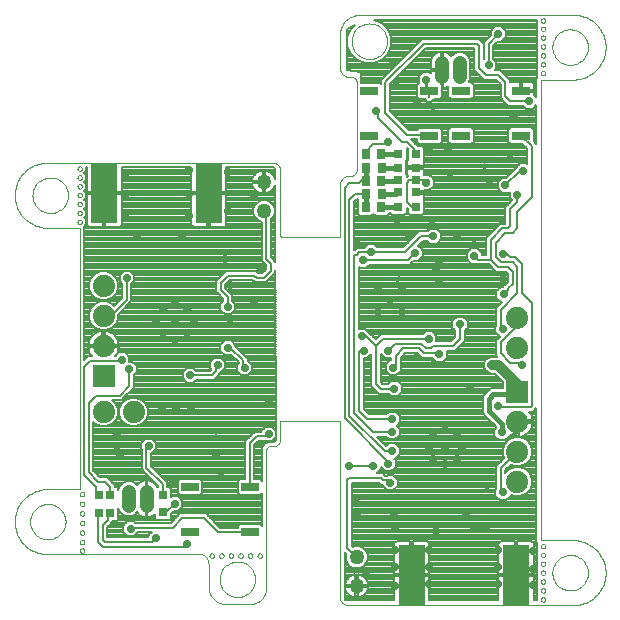
<source format=gbl>
G75*
G70*
%OFA0B0*%
%FSLAX24Y24*%
%IPPOS*%
%LPD*%
%AMOC8*
5,1,8,0,0,1.08239X$1,22.5*
%
%ADD10C,0.0000*%
%ADD11R,0.0315X0.0315*%
%ADD12R,0.0900X0.2000*%
%ADD13R,0.0600X0.0300*%
%ADD14C,0.0740*%
%ADD15C,0.0500*%
%ADD16R,0.0740X0.0740*%
%ADD17C,0.0476*%
%ADD18R,0.0276X0.0354*%
%ADD19C,0.0080*%
%ADD20OC8,0.0270*%
%ADD21C,0.0100*%
%ADD22C,0.0160*%
%ADD23C,0.0320*%
%ADD24OC8,0.0240*%
D10*
X001183Y005559D02*
X002265Y005559D01*
X002238Y005559D02*
X006238Y005559D01*
X006271Y005557D01*
X006305Y005552D01*
X006337Y005543D01*
X006368Y005531D01*
X006398Y005516D01*
X006426Y005498D01*
X006452Y005477D01*
X006476Y005453D01*
X006497Y005427D01*
X006515Y005399D01*
X006530Y005369D01*
X006542Y005338D01*
X006551Y005306D01*
X006556Y005272D01*
X006558Y005239D01*
X006558Y004439D01*
X006563Y004392D01*
X006572Y004346D01*
X006584Y004300D01*
X006600Y004256D01*
X006619Y004213D01*
X006642Y004171D01*
X006668Y004132D01*
X006696Y004094D01*
X006728Y004059D01*
X006762Y004027D01*
X006799Y003997D01*
X006838Y003970D01*
X006879Y003947D01*
X006921Y003927D01*
X006965Y003910D01*
X007011Y003896D01*
X007057Y003887D01*
X007104Y003880D01*
X007151Y003878D01*
X007198Y003879D01*
X007918Y003879D01*
X007964Y003881D01*
X008010Y003887D01*
X008055Y003896D01*
X008100Y003909D01*
X008143Y003926D01*
X008185Y003946D01*
X008224Y003970D01*
X008262Y003997D01*
X008297Y004027D01*
X008330Y004060D01*
X008360Y004095D01*
X008387Y004133D01*
X008411Y004172D01*
X008431Y004214D01*
X008448Y004257D01*
X008461Y004302D01*
X008470Y004347D01*
X008476Y004393D01*
X008478Y004439D01*
X008478Y008999D01*
X008480Y009022D01*
X008484Y009044D01*
X008492Y009065D01*
X008503Y009086D01*
X008517Y009104D01*
X008533Y009120D01*
X008551Y009134D01*
X008572Y009145D01*
X008593Y009153D01*
X008615Y009157D01*
X008638Y009159D01*
X008718Y009159D01*
X008747Y009161D01*
X008775Y009166D01*
X008802Y009174D01*
X008829Y009186D01*
X008853Y009201D01*
X008876Y009218D01*
X008896Y009238D01*
X008914Y009261D01*
X008929Y009285D01*
X008941Y009312D01*
X008950Y009339D01*
X008955Y009367D01*
X008957Y009396D01*
X008957Y009981D01*
X008958Y009987D01*
X008961Y009992D01*
X008966Y009995D01*
X008972Y009996D01*
X010935Y009996D01*
X010935Y004126D01*
X010937Y004095D01*
X010943Y004064D01*
X010952Y004034D01*
X010965Y004005D01*
X010981Y003978D01*
X010999Y003953D01*
X011021Y003930D01*
X011044Y003909D01*
X011070Y003891D01*
X011098Y003877D01*
X011127Y003865D01*
X011158Y003857D01*
X011189Y003852D01*
X011220Y003851D01*
X018712Y003851D01*
X019795Y004933D02*
X019793Y004996D01*
X019788Y005059D01*
X019779Y005121D01*
X019766Y005183D01*
X019750Y005244D01*
X019730Y005303D01*
X019706Y005362D01*
X019680Y005419D01*
X019650Y005474D01*
X019617Y005528D01*
X019581Y005580D01*
X019542Y005629D01*
X019500Y005676D01*
X019455Y005721D01*
X019408Y005763D01*
X019359Y005802D01*
X019307Y005838D01*
X019254Y005871D01*
X019198Y005901D01*
X019141Y005927D01*
X019082Y005951D01*
X019023Y005971D01*
X018962Y005987D01*
X018900Y006000D01*
X018838Y006009D01*
X018775Y006014D01*
X018712Y006016D01*
X017629Y006016D01*
X017629Y021370D01*
X018712Y021370D01*
X017634Y021586D02*
X017636Y021603D01*
X017641Y021619D01*
X017650Y021633D01*
X017662Y021645D01*
X017676Y021654D01*
X017692Y021659D01*
X017709Y021661D01*
X017726Y021659D01*
X017742Y021654D01*
X017756Y021645D01*
X017768Y021633D01*
X017777Y021619D01*
X017782Y021603D01*
X017784Y021586D01*
X017782Y021569D01*
X017777Y021553D01*
X017768Y021539D01*
X017756Y021527D01*
X017742Y021518D01*
X017726Y021513D01*
X017709Y021511D01*
X017692Y021513D01*
X017676Y021518D01*
X017662Y021527D01*
X017650Y021539D01*
X017641Y021553D01*
X017636Y021569D01*
X017634Y021586D01*
X017634Y021881D02*
X017636Y021898D01*
X017641Y021914D01*
X017650Y021928D01*
X017662Y021940D01*
X017676Y021949D01*
X017692Y021954D01*
X017709Y021956D01*
X017726Y021954D01*
X017742Y021949D01*
X017756Y021940D01*
X017768Y021928D01*
X017777Y021914D01*
X017782Y021898D01*
X017784Y021881D01*
X017782Y021864D01*
X017777Y021848D01*
X017768Y021834D01*
X017756Y021822D01*
X017742Y021813D01*
X017726Y021808D01*
X017709Y021806D01*
X017692Y021808D01*
X017676Y021813D01*
X017662Y021822D01*
X017650Y021834D01*
X017641Y021848D01*
X017636Y021864D01*
X017634Y021881D01*
X017634Y022176D02*
X017636Y022193D01*
X017641Y022209D01*
X017650Y022223D01*
X017662Y022235D01*
X017676Y022244D01*
X017692Y022249D01*
X017709Y022251D01*
X017726Y022249D01*
X017742Y022244D01*
X017756Y022235D01*
X017768Y022223D01*
X017777Y022209D01*
X017782Y022193D01*
X017784Y022176D01*
X017782Y022159D01*
X017777Y022143D01*
X017768Y022129D01*
X017756Y022117D01*
X017742Y022108D01*
X017726Y022103D01*
X017709Y022101D01*
X017692Y022103D01*
X017676Y022108D01*
X017662Y022117D01*
X017650Y022129D01*
X017641Y022143D01*
X017636Y022159D01*
X017634Y022176D01*
X017634Y022471D02*
X017636Y022488D01*
X017641Y022504D01*
X017650Y022518D01*
X017662Y022530D01*
X017676Y022539D01*
X017692Y022544D01*
X017709Y022546D01*
X017726Y022544D01*
X017742Y022539D01*
X017756Y022530D01*
X017768Y022518D01*
X017777Y022504D01*
X017782Y022488D01*
X017784Y022471D01*
X017782Y022454D01*
X017777Y022438D01*
X017768Y022424D01*
X017756Y022412D01*
X017742Y022403D01*
X017726Y022398D01*
X017709Y022396D01*
X017692Y022398D01*
X017676Y022403D01*
X017662Y022412D01*
X017650Y022424D01*
X017641Y022438D01*
X017636Y022454D01*
X017634Y022471D01*
X017634Y022767D02*
X017636Y022784D01*
X017641Y022800D01*
X017650Y022814D01*
X017662Y022826D01*
X017676Y022835D01*
X017692Y022840D01*
X017709Y022842D01*
X017726Y022840D01*
X017742Y022835D01*
X017756Y022826D01*
X017768Y022814D01*
X017777Y022800D01*
X017782Y022784D01*
X017784Y022767D01*
X017782Y022750D01*
X017777Y022734D01*
X017768Y022720D01*
X017756Y022708D01*
X017742Y022699D01*
X017726Y022694D01*
X017709Y022692D01*
X017692Y022694D01*
X017676Y022699D01*
X017662Y022708D01*
X017650Y022720D01*
X017641Y022734D01*
X017636Y022750D01*
X017634Y022767D01*
X017634Y023062D02*
X017636Y023079D01*
X017641Y023095D01*
X017650Y023109D01*
X017662Y023121D01*
X017676Y023130D01*
X017692Y023135D01*
X017709Y023137D01*
X017726Y023135D01*
X017742Y023130D01*
X017756Y023121D01*
X017768Y023109D01*
X017777Y023095D01*
X017782Y023079D01*
X017784Y023062D01*
X017782Y023045D01*
X017777Y023029D01*
X017768Y023015D01*
X017756Y023003D01*
X017742Y022994D01*
X017726Y022989D01*
X017709Y022987D01*
X017692Y022989D01*
X017676Y022994D01*
X017662Y023003D01*
X017650Y023015D01*
X017641Y023029D01*
X017636Y023045D01*
X017634Y023062D01*
X017634Y023339D02*
X017636Y023356D01*
X017641Y023372D01*
X017650Y023386D01*
X017662Y023398D01*
X017676Y023407D01*
X017692Y023412D01*
X017709Y023414D01*
X017726Y023412D01*
X017742Y023407D01*
X017756Y023398D01*
X017768Y023386D01*
X017777Y023372D01*
X017782Y023356D01*
X017784Y023339D01*
X017782Y023322D01*
X017777Y023306D01*
X017768Y023292D01*
X017756Y023280D01*
X017742Y023271D01*
X017726Y023266D01*
X017709Y023264D01*
X017692Y023266D01*
X017676Y023271D01*
X017662Y023280D01*
X017650Y023292D01*
X017641Y023306D01*
X017636Y023322D01*
X017634Y023339D01*
X018022Y022453D02*
X018024Y022501D01*
X018030Y022549D01*
X018040Y022596D01*
X018053Y022642D01*
X018071Y022687D01*
X018091Y022731D01*
X018116Y022773D01*
X018144Y022812D01*
X018174Y022849D01*
X018208Y022883D01*
X018245Y022915D01*
X018283Y022944D01*
X018324Y022969D01*
X018367Y022991D01*
X018412Y023009D01*
X018458Y023023D01*
X018505Y023034D01*
X018553Y023041D01*
X018601Y023044D01*
X018649Y023043D01*
X018697Y023038D01*
X018745Y023029D01*
X018791Y023017D01*
X018836Y023000D01*
X018880Y022980D01*
X018922Y022957D01*
X018962Y022930D01*
X019000Y022900D01*
X019035Y022867D01*
X019067Y022831D01*
X019097Y022793D01*
X019123Y022752D01*
X019145Y022709D01*
X019165Y022665D01*
X019180Y022620D01*
X019192Y022573D01*
X019200Y022525D01*
X019204Y022477D01*
X019204Y022429D01*
X019200Y022381D01*
X019192Y022333D01*
X019180Y022286D01*
X019165Y022241D01*
X019145Y022197D01*
X019123Y022154D01*
X019097Y022113D01*
X019067Y022075D01*
X019035Y022039D01*
X019000Y022006D01*
X018962Y021976D01*
X018922Y021949D01*
X018880Y021926D01*
X018836Y021906D01*
X018791Y021889D01*
X018745Y021877D01*
X018697Y021868D01*
X018649Y021863D01*
X018601Y021862D01*
X018553Y021865D01*
X018505Y021872D01*
X018458Y021883D01*
X018412Y021897D01*
X018367Y021915D01*
X018324Y021937D01*
X018283Y021962D01*
X018245Y021991D01*
X018208Y022023D01*
X018174Y022057D01*
X018144Y022094D01*
X018116Y022133D01*
X018091Y022175D01*
X018071Y022219D01*
X018053Y022264D01*
X018040Y022310D01*
X018030Y022357D01*
X018024Y022405D01*
X018022Y022453D01*
X018712Y023536D02*
X018775Y023534D01*
X018838Y023529D01*
X018900Y023520D01*
X018962Y023507D01*
X019023Y023491D01*
X019082Y023471D01*
X019141Y023447D01*
X019198Y023421D01*
X019254Y023391D01*
X019307Y023358D01*
X019359Y023322D01*
X019408Y023283D01*
X019455Y023241D01*
X019500Y023196D01*
X019542Y023149D01*
X019581Y023100D01*
X019617Y023048D01*
X019650Y022994D01*
X019680Y022939D01*
X019706Y022882D01*
X019730Y022823D01*
X019750Y022764D01*
X019766Y022703D01*
X019779Y022641D01*
X019788Y022579D01*
X019793Y022516D01*
X019795Y022453D01*
X019793Y022390D01*
X019788Y022327D01*
X019779Y022265D01*
X019766Y022203D01*
X019750Y022142D01*
X019730Y022083D01*
X019706Y022024D01*
X019680Y021967D01*
X019650Y021912D01*
X019617Y021858D01*
X019581Y021806D01*
X019542Y021757D01*
X019500Y021710D01*
X019455Y021665D01*
X019408Y021623D01*
X019359Y021584D01*
X019307Y021548D01*
X019254Y021515D01*
X019198Y021485D01*
X019141Y021459D01*
X019082Y021435D01*
X019023Y021415D01*
X018962Y021399D01*
X018900Y021386D01*
X018838Y021377D01*
X018775Y021372D01*
X018712Y021370D01*
X018712Y023536D02*
X011625Y023536D01*
X011574Y023534D01*
X011522Y023528D01*
X011472Y023519D01*
X011422Y023505D01*
X011373Y023488D01*
X011326Y023468D01*
X011280Y023444D01*
X011237Y023416D01*
X011195Y023386D01*
X011156Y023352D01*
X011120Y023316D01*
X011086Y023277D01*
X011056Y023235D01*
X011028Y023192D01*
X011004Y023146D01*
X010984Y023099D01*
X010967Y023050D01*
X010953Y023000D01*
X010944Y022950D01*
X010938Y022898D01*
X010936Y022847D01*
X010936Y021771D01*
X010938Y021738D01*
X010943Y021704D01*
X010952Y021672D01*
X010964Y021641D01*
X010979Y021611D01*
X010997Y021583D01*
X011018Y021557D01*
X011042Y021533D01*
X011068Y021512D01*
X011096Y021494D01*
X011126Y021479D01*
X011157Y021467D01*
X011189Y021458D01*
X011223Y021453D01*
X011256Y021451D01*
X011336Y021451D01*
X011359Y021449D01*
X011381Y021445D01*
X011402Y021437D01*
X011423Y021426D01*
X011441Y021412D01*
X011457Y021396D01*
X011471Y021378D01*
X011482Y021357D01*
X011490Y021336D01*
X011494Y021314D01*
X011496Y021291D01*
X011496Y018331D01*
X011494Y018308D01*
X011490Y018286D01*
X011482Y018265D01*
X011471Y018244D01*
X011457Y018226D01*
X011441Y018210D01*
X011423Y018196D01*
X011402Y018185D01*
X011381Y018177D01*
X011359Y018173D01*
X011336Y018171D01*
X011256Y018171D01*
X011257Y018171D02*
X011223Y018169D01*
X011190Y018164D01*
X011158Y018156D01*
X011126Y018144D01*
X011096Y018128D01*
X011068Y018110D01*
X011042Y018089D01*
X011018Y018065D01*
X010997Y018039D01*
X010978Y018011D01*
X010963Y017981D01*
X010951Y017950D01*
X010942Y017917D01*
X010937Y017884D01*
X010935Y017851D01*
X010935Y016161D01*
X010933Y016148D01*
X010928Y016136D01*
X010920Y016126D01*
X010910Y016118D01*
X010898Y016113D01*
X010885Y016111D01*
X009007Y016111D01*
X008994Y016113D01*
X008982Y016118D01*
X008972Y016126D01*
X008964Y016136D01*
X008959Y016148D01*
X008957Y016161D01*
X008957Y018326D01*
X008955Y018357D01*
X008949Y018388D01*
X008940Y018418D01*
X008927Y018447D01*
X008911Y018474D01*
X008893Y018499D01*
X008871Y018522D01*
X008848Y018543D01*
X008822Y018561D01*
X008794Y018575D01*
X008765Y018587D01*
X008734Y018595D01*
X008703Y018600D01*
X008672Y018601D01*
X001182Y018601D01*
X001183Y018601D02*
X001120Y018599D01*
X001057Y018594D01*
X000995Y018584D01*
X000933Y018572D01*
X000872Y018555D01*
X000812Y018535D01*
X000754Y018512D01*
X000697Y018485D01*
X000641Y018455D01*
X000587Y018422D01*
X000536Y018386D01*
X000486Y018347D01*
X000439Y018305D01*
X000395Y018260D01*
X000353Y018213D01*
X000314Y018163D01*
X000278Y018112D01*
X000245Y018058D01*
X000215Y018003D01*
X000188Y017945D01*
X000165Y017887D01*
X000145Y017827D01*
X000129Y017766D01*
X000116Y017704D01*
X000107Y017642D01*
X000102Y017579D01*
X000100Y017516D01*
X000102Y017453D01*
X000107Y017390D01*
X000116Y017328D01*
X000129Y017266D01*
X000145Y017205D01*
X000165Y017146D01*
X000189Y017087D01*
X000215Y017030D01*
X000245Y016975D01*
X000278Y016921D01*
X000314Y016869D01*
X000353Y016820D01*
X000395Y016773D01*
X000440Y016728D01*
X000487Y016686D01*
X000536Y016647D01*
X000588Y016611D01*
X000641Y016578D01*
X000697Y016548D01*
X000754Y016522D01*
X000813Y016498D01*
X000872Y016478D01*
X000933Y016462D01*
X000995Y016449D01*
X001057Y016440D01*
X001120Y016435D01*
X001183Y016433D01*
X002265Y016433D01*
X002265Y007719D01*
X001183Y007719D01*
X001120Y007717D01*
X001057Y007712D01*
X000995Y007703D01*
X000933Y007690D01*
X000872Y007674D01*
X000813Y007654D01*
X000754Y007630D01*
X000697Y007604D01*
X000642Y007574D01*
X000588Y007541D01*
X000536Y007505D01*
X000487Y007466D01*
X000440Y007424D01*
X000395Y007379D01*
X000353Y007332D01*
X000314Y007283D01*
X000278Y007231D01*
X000245Y007178D01*
X000215Y007122D01*
X000189Y007065D01*
X000165Y007006D01*
X000145Y006947D01*
X000129Y006886D01*
X000116Y006824D01*
X000107Y006762D01*
X000102Y006699D01*
X000100Y006636D01*
X000102Y006573D01*
X000107Y006510D01*
X000116Y006448D01*
X000129Y006386D01*
X000145Y006325D01*
X000165Y006266D01*
X000189Y006207D01*
X000215Y006150D01*
X000245Y006095D01*
X000278Y006041D01*
X000314Y005989D01*
X000353Y005940D01*
X000395Y005893D01*
X000440Y005848D01*
X000487Y005806D01*
X000536Y005767D01*
X000588Y005731D01*
X000641Y005698D01*
X000697Y005668D01*
X000754Y005642D01*
X000813Y005618D01*
X000872Y005598D01*
X000933Y005582D01*
X000995Y005569D01*
X001057Y005560D01*
X001120Y005555D01*
X001183Y005553D01*
X000610Y006636D02*
X000612Y006684D01*
X000618Y006732D01*
X000628Y006779D01*
X000641Y006825D01*
X000659Y006870D01*
X000679Y006914D01*
X000704Y006956D01*
X000732Y006995D01*
X000762Y007032D01*
X000796Y007066D01*
X000833Y007098D01*
X000871Y007127D01*
X000912Y007152D01*
X000955Y007174D01*
X001000Y007192D01*
X001046Y007206D01*
X001093Y007217D01*
X001141Y007224D01*
X001189Y007227D01*
X001237Y007226D01*
X001285Y007221D01*
X001333Y007212D01*
X001379Y007200D01*
X001424Y007183D01*
X001468Y007163D01*
X001510Y007140D01*
X001550Y007113D01*
X001588Y007083D01*
X001623Y007050D01*
X001655Y007014D01*
X001685Y006976D01*
X001711Y006935D01*
X001733Y006892D01*
X001753Y006848D01*
X001768Y006803D01*
X001780Y006756D01*
X001788Y006708D01*
X001792Y006660D01*
X001792Y006612D01*
X001788Y006564D01*
X001780Y006516D01*
X001768Y006469D01*
X001753Y006424D01*
X001733Y006380D01*
X001711Y006337D01*
X001685Y006296D01*
X001655Y006258D01*
X001623Y006222D01*
X001588Y006189D01*
X001550Y006159D01*
X001510Y006132D01*
X001468Y006109D01*
X001424Y006089D01*
X001379Y006072D01*
X001333Y006060D01*
X001285Y006051D01*
X001237Y006046D01*
X001189Y006045D01*
X001141Y006048D01*
X001093Y006055D01*
X001046Y006066D01*
X001000Y006080D01*
X000955Y006098D01*
X000912Y006120D01*
X000871Y006145D01*
X000833Y006174D01*
X000796Y006206D01*
X000762Y006240D01*
X000732Y006277D01*
X000704Y006316D01*
X000679Y006358D01*
X000659Y006402D01*
X000641Y006447D01*
X000628Y006493D01*
X000618Y006540D01*
X000612Y006588D01*
X000610Y006636D01*
X002270Y006591D02*
X002272Y006608D01*
X002277Y006624D01*
X002286Y006638D01*
X002298Y006650D01*
X002312Y006659D01*
X002328Y006664D01*
X002345Y006666D01*
X002362Y006664D01*
X002378Y006659D01*
X002392Y006650D01*
X002404Y006638D01*
X002413Y006624D01*
X002418Y006608D01*
X002420Y006591D01*
X002418Y006574D01*
X002413Y006558D01*
X002404Y006544D01*
X002392Y006532D01*
X002378Y006523D01*
X002362Y006518D01*
X002345Y006516D01*
X002328Y006518D01*
X002312Y006523D01*
X002298Y006532D01*
X002286Y006544D01*
X002277Y006558D01*
X002272Y006574D01*
X002270Y006591D01*
X002270Y006911D02*
X002272Y006928D01*
X002277Y006944D01*
X002286Y006958D01*
X002298Y006970D01*
X002312Y006979D01*
X002328Y006984D01*
X002345Y006986D01*
X002362Y006984D01*
X002378Y006979D01*
X002392Y006970D01*
X002404Y006958D01*
X002413Y006944D01*
X002418Y006928D01*
X002420Y006911D01*
X002418Y006894D01*
X002413Y006878D01*
X002404Y006864D01*
X002392Y006852D01*
X002378Y006843D01*
X002362Y006838D01*
X002345Y006836D01*
X002328Y006838D01*
X002312Y006843D01*
X002298Y006852D01*
X002286Y006864D01*
X002277Y006878D01*
X002272Y006894D01*
X002270Y006911D01*
X002270Y007231D02*
X002272Y007248D01*
X002277Y007264D01*
X002286Y007278D01*
X002298Y007290D01*
X002312Y007299D01*
X002328Y007304D01*
X002345Y007306D01*
X002362Y007304D01*
X002378Y007299D01*
X002392Y007290D01*
X002404Y007278D01*
X002413Y007264D01*
X002418Y007248D01*
X002420Y007231D01*
X002418Y007214D01*
X002413Y007198D01*
X002404Y007184D01*
X002392Y007172D01*
X002378Y007163D01*
X002362Y007158D01*
X002345Y007156D01*
X002328Y007158D01*
X002312Y007163D01*
X002298Y007172D01*
X002286Y007184D01*
X002277Y007198D01*
X002272Y007214D01*
X002270Y007231D01*
X002270Y007551D02*
X002272Y007568D01*
X002277Y007584D01*
X002286Y007598D01*
X002298Y007610D01*
X002312Y007619D01*
X002328Y007624D01*
X002345Y007626D01*
X002362Y007624D01*
X002378Y007619D01*
X002392Y007610D01*
X002404Y007598D01*
X002413Y007584D01*
X002418Y007568D01*
X002420Y007551D01*
X002418Y007534D01*
X002413Y007518D01*
X002404Y007504D01*
X002392Y007492D01*
X002378Y007483D01*
X002362Y007478D01*
X002345Y007476D01*
X002328Y007478D01*
X002312Y007483D01*
X002298Y007492D01*
X002286Y007504D01*
X002277Y007518D01*
X002272Y007534D01*
X002270Y007551D01*
X002270Y006271D02*
X002272Y006288D01*
X002277Y006304D01*
X002286Y006318D01*
X002298Y006330D01*
X002312Y006339D01*
X002328Y006344D01*
X002345Y006346D01*
X002362Y006344D01*
X002378Y006339D01*
X002392Y006330D01*
X002404Y006318D01*
X002413Y006304D01*
X002418Y006288D01*
X002420Y006271D01*
X002418Y006254D01*
X002413Y006238D01*
X002404Y006224D01*
X002392Y006212D01*
X002378Y006203D01*
X002362Y006198D01*
X002345Y006196D01*
X002328Y006198D01*
X002312Y006203D01*
X002298Y006212D01*
X002286Y006224D01*
X002277Y006238D01*
X002272Y006254D01*
X002270Y006271D01*
X002270Y005951D02*
X002272Y005968D01*
X002277Y005984D01*
X002286Y005998D01*
X002298Y006010D01*
X002312Y006019D01*
X002328Y006024D01*
X002345Y006026D01*
X002362Y006024D01*
X002378Y006019D01*
X002392Y006010D01*
X002404Y005998D01*
X002413Y005984D01*
X002418Y005968D01*
X002420Y005951D01*
X002418Y005934D01*
X002413Y005918D01*
X002404Y005904D01*
X002392Y005892D01*
X002378Y005883D01*
X002362Y005878D01*
X002345Y005876D01*
X002328Y005878D01*
X002312Y005883D01*
X002298Y005892D01*
X002286Y005904D01*
X002277Y005918D01*
X002272Y005934D01*
X002270Y005951D01*
X002270Y005671D02*
X002272Y005688D01*
X002277Y005704D01*
X002286Y005718D01*
X002298Y005730D01*
X002312Y005739D01*
X002328Y005744D01*
X002345Y005746D01*
X002362Y005744D01*
X002378Y005739D01*
X002392Y005730D01*
X002404Y005718D01*
X002413Y005704D01*
X002418Y005688D01*
X002420Y005671D01*
X002418Y005654D01*
X002413Y005638D01*
X002404Y005624D01*
X002392Y005612D01*
X002378Y005603D01*
X002362Y005598D01*
X002345Y005596D01*
X002328Y005598D01*
X002312Y005603D01*
X002298Y005612D01*
X002286Y005624D01*
X002277Y005638D01*
X002272Y005654D01*
X002270Y005671D01*
X006590Y005504D02*
X006592Y005521D01*
X006597Y005537D01*
X006606Y005551D01*
X006618Y005563D01*
X006632Y005572D01*
X006648Y005577D01*
X006665Y005579D01*
X006682Y005577D01*
X006698Y005572D01*
X006712Y005563D01*
X006724Y005551D01*
X006733Y005537D01*
X006738Y005521D01*
X006740Y005504D01*
X006738Y005487D01*
X006733Y005471D01*
X006724Y005457D01*
X006712Y005445D01*
X006698Y005436D01*
X006682Y005431D01*
X006665Y005429D01*
X006648Y005431D01*
X006632Y005436D01*
X006618Y005445D01*
X006606Y005457D01*
X006597Y005471D01*
X006592Y005487D01*
X006590Y005504D01*
X006910Y005504D02*
X006912Y005521D01*
X006917Y005537D01*
X006926Y005551D01*
X006938Y005563D01*
X006952Y005572D01*
X006968Y005577D01*
X006985Y005579D01*
X007002Y005577D01*
X007018Y005572D01*
X007032Y005563D01*
X007044Y005551D01*
X007053Y005537D01*
X007058Y005521D01*
X007060Y005504D01*
X007058Y005487D01*
X007053Y005471D01*
X007044Y005457D01*
X007032Y005445D01*
X007018Y005436D01*
X007002Y005431D01*
X006985Y005429D01*
X006968Y005431D01*
X006952Y005436D01*
X006938Y005445D01*
X006926Y005457D01*
X006917Y005471D01*
X006912Y005487D01*
X006910Y005504D01*
X007230Y005504D02*
X007232Y005521D01*
X007237Y005537D01*
X007246Y005551D01*
X007258Y005563D01*
X007272Y005572D01*
X007288Y005577D01*
X007305Y005579D01*
X007322Y005577D01*
X007338Y005572D01*
X007352Y005563D01*
X007364Y005551D01*
X007373Y005537D01*
X007378Y005521D01*
X007380Y005504D01*
X007378Y005487D01*
X007373Y005471D01*
X007364Y005457D01*
X007352Y005445D01*
X007338Y005436D01*
X007322Y005431D01*
X007305Y005429D01*
X007288Y005431D01*
X007272Y005436D01*
X007258Y005445D01*
X007246Y005457D01*
X007237Y005471D01*
X007232Y005487D01*
X007230Y005504D01*
X007550Y005504D02*
X007552Y005521D01*
X007557Y005537D01*
X007566Y005551D01*
X007578Y005563D01*
X007592Y005572D01*
X007608Y005577D01*
X007625Y005579D01*
X007642Y005577D01*
X007658Y005572D01*
X007672Y005563D01*
X007684Y005551D01*
X007693Y005537D01*
X007698Y005521D01*
X007700Y005504D01*
X007698Y005487D01*
X007693Y005471D01*
X007684Y005457D01*
X007672Y005445D01*
X007658Y005436D01*
X007642Y005431D01*
X007625Y005429D01*
X007608Y005431D01*
X007592Y005436D01*
X007578Y005445D01*
X007566Y005457D01*
X007557Y005471D01*
X007552Y005487D01*
X007550Y005504D01*
X007870Y005504D02*
X007872Y005521D01*
X007877Y005537D01*
X007886Y005551D01*
X007898Y005563D01*
X007912Y005572D01*
X007928Y005577D01*
X007945Y005579D01*
X007962Y005577D01*
X007978Y005572D01*
X007992Y005563D01*
X008004Y005551D01*
X008013Y005537D01*
X008018Y005521D01*
X008020Y005504D01*
X008018Y005487D01*
X008013Y005471D01*
X008004Y005457D01*
X007992Y005445D01*
X007978Y005436D01*
X007962Y005431D01*
X007945Y005429D01*
X007928Y005431D01*
X007912Y005436D01*
X007898Y005445D01*
X007886Y005457D01*
X007877Y005471D01*
X007872Y005487D01*
X007870Y005504D01*
X008190Y005504D02*
X008192Y005521D01*
X008197Y005537D01*
X008206Y005551D01*
X008218Y005563D01*
X008232Y005572D01*
X008248Y005577D01*
X008265Y005579D01*
X008282Y005577D01*
X008298Y005572D01*
X008312Y005563D01*
X008324Y005551D01*
X008333Y005537D01*
X008338Y005521D01*
X008340Y005504D01*
X008338Y005487D01*
X008333Y005471D01*
X008324Y005457D01*
X008312Y005445D01*
X008298Y005436D01*
X008282Y005431D01*
X008265Y005429D01*
X008248Y005431D01*
X008232Y005436D01*
X008218Y005445D01*
X008206Y005457D01*
X008197Y005471D01*
X008192Y005487D01*
X008190Y005504D01*
X006930Y004716D02*
X006932Y004764D01*
X006938Y004812D01*
X006948Y004859D01*
X006961Y004905D01*
X006979Y004950D01*
X006999Y004994D01*
X007024Y005036D01*
X007052Y005075D01*
X007082Y005112D01*
X007116Y005146D01*
X007153Y005178D01*
X007191Y005207D01*
X007232Y005232D01*
X007275Y005254D01*
X007320Y005272D01*
X007366Y005286D01*
X007413Y005297D01*
X007461Y005304D01*
X007509Y005307D01*
X007557Y005306D01*
X007605Y005301D01*
X007653Y005292D01*
X007699Y005280D01*
X007744Y005263D01*
X007788Y005243D01*
X007830Y005220D01*
X007870Y005193D01*
X007908Y005163D01*
X007943Y005130D01*
X007975Y005094D01*
X008005Y005056D01*
X008031Y005015D01*
X008053Y004972D01*
X008073Y004928D01*
X008088Y004883D01*
X008100Y004836D01*
X008108Y004788D01*
X008112Y004740D01*
X008112Y004692D01*
X008108Y004644D01*
X008100Y004596D01*
X008088Y004549D01*
X008073Y004504D01*
X008053Y004460D01*
X008031Y004417D01*
X008005Y004376D01*
X007975Y004338D01*
X007943Y004302D01*
X007908Y004269D01*
X007870Y004239D01*
X007830Y004212D01*
X007788Y004189D01*
X007744Y004169D01*
X007699Y004152D01*
X007653Y004140D01*
X007605Y004131D01*
X007557Y004126D01*
X007509Y004125D01*
X007461Y004128D01*
X007413Y004135D01*
X007366Y004146D01*
X007320Y004160D01*
X007275Y004178D01*
X007232Y004200D01*
X007191Y004225D01*
X007153Y004254D01*
X007116Y004286D01*
X007082Y004320D01*
X007052Y004357D01*
X007024Y004396D01*
X006999Y004438D01*
X006979Y004482D01*
X006961Y004527D01*
X006948Y004573D01*
X006938Y004620D01*
X006932Y004668D01*
X006930Y004716D01*
X012870Y003851D02*
X017270Y003851D01*
X017634Y004047D02*
X017636Y004064D01*
X017641Y004080D01*
X017650Y004094D01*
X017662Y004106D01*
X017676Y004115D01*
X017692Y004120D01*
X017709Y004122D01*
X017726Y004120D01*
X017742Y004115D01*
X017756Y004106D01*
X017768Y004094D01*
X017777Y004080D01*
X017782Y004064D01*
X017784Y004047D01*
X017782Y004030D01*
X017777Y004014D01*
X017768Y004000D01*
X017756Y003988D01*
X017742Y003979D01*
X017726Y003974D01*
X017709Y003972D01*
X017692Y003974D01*
X017676Y003979D01*
X017662Y003988D01*
X017650Y004000D01*
X017641Y004014D01*
X017636Y004030D01*
X017634Y004047D01*
X017634Y004343D02*
X017636Y004360D01*
X017641Y004376D01*
X017650Y004390D01*
X017662Y004402D01*
X017676Y004411D01*
X017692Y004416D01*
X017709Y004418D01*
X017726Y004416D01*
X017742Y004411D01*
X017756Y004402D01*
X017768Y004390D01*
X017777Y004376D01*
X017782Y004360D01*
X017784Y004343D01*
X017782Y004326D01*
X017777Y004310D01*
X017768Y004296D01*
X017756Y004284D01*
X017742Y004275D01*
X017726Y004270D01*
X017709Y004268D01*
X017692Y004270D01*
X017676Y004275D01*
X017662Y004284D01*
X017650Y004296D01*
X017641Y004310D01*
X017636Y004326D01*
X017634Y004343D01*
X017634Y004638D02*
X017636Y004655D01*
X017641Y004671D01*
X017650Y004685D01*
X017662Y004697D01*
X017676Y004706D01*
X017692Y004711D01*
X017709Y004713D01*
X017726Y004711D01*
X017742Y004706D01*
X017756Y004697D01*
X017768Y004685D01*
X017777Y004671D01*
X017782Y004655D01*
X017784Y004638D01*
X017782Y004621D01*
X017777Y004605D01*
X017768Y004591D01*
X017756Y004579D01*
X017742Y004570D01*
X017726Y004565D01*
X017709Y004563D01*
X017692Y004565D01*
X017676Y004570D01*
X017662Y004579D01*
X017650Y004591D01*
X017641Y004605D01*
X017636Y004621D01*
X017634Y004638D01*
X017634Y004933D02*
X017636Y004950D01*
X017641Y004966D01*
X017650Y004980D01*
X017662Y004992D01*
X017676Y005001D01*
X017692Y005006D01*
X017709Y005008D01*
X017726Y005006D01*
X017742Y005001D01*
X017756Y004992D01*
X017768Y004980D01*
X017777Y004966D01*
X017782Y004950D01*
X017784Y004933D01*
X017782Y004916D01*
X017777Y004900D01*
X017768Y004886D01*
X017756Y004874D01*
X017742Y004865D01*
X017726Y004860D01*
X017709Y004858D01*
X017692Y004860D01*
X017676Y004865D01*
X017662Y004874D01*
X017650Y004886D01*
X017641Y004900D01*
X017636Y004916D01*
X017634Y004933D01*
X017634Y005229D02*
X017636Y005246D01*
X017641Y005262D01*
X017650Y005276D01*
X017662Y005288D01*
X017676Y005297D01*
X017692Y005302D01*
X017709Y005304D01*
X017726Y005302D01*
X017742Y005297D01*
X017756Y005288D01*
X017768Y005276D01*
X017777Y005262D01*
X017782Y005246D01*
X017784Y005229D01*
X017782Y005212D01*
X017777Y005196D01*
X017768Y005182D01*
X017756Y005170D01*
X017742Y005161D01*
X017726Y005156D01*
X017709Y005154D01*
X017692Y005156D01*
X017676Y005161D01*
X017662Y005170D01*
X017650Y005182D01*
X017641Y005196D01*
X017636Y005212D01*
X017634Y005229D01*
X017634Y005524D02*
X017636Y005541D01*
X017641Y005557D01*
X017650Y005571D01*
X017662Y005583D01*
X017676Y005592D01*
X017692Y005597D01*
X017709Y005599D01*
X017726Y005597D01*
X017742Y005592D01*
X017756Y005583D01*
X017768Y005571D01*
X017777Y005557D01*
X017782Y005541D01*
X017784Y005524D01*
X017782Y005507D01*
X017777Y005491D01*
X017768Y005477D01*
X017756Y005465D01*
X017742Y005456D01*
X017726Y005451D01*
X017709Y005449D01*
X017692Y005451D01*
X017676Y005456D01*
X017662Y005465D01*
X017650Y005477D01*
X017641Y005491D01*
X017636Y005507D01*
X017634Y005524D01*
X017634Y005819D02*
X017636Y005836D01*
X017641Y005852D01*
X017650Y005866D01*
X017662Y005878D01*
X017676Y005887D01*
X017692Y005892D01*
X017709Y005894D01*
X017726Y005892D01*
X017742Y005887D01*
X017756Y005878D01*
X017768Y005866D01*
X017777Y005852D01*
X017782Y005836D01*
X017784Y005819D01*
X017782Y005802D01*
X017777Y005786D01*
X017768Y005772D01*
X017756Y005760D01*
X017742Y005751D01*
X017726Y005746D01*
X017709Y005744D01*
X017692Y005746D01*
X017676Y005751D01*
X017662Y005760D01*
X017650Y005772D01*
X017641Y005786D01*
X017636Y005802D01*
X017634Y005819D01*
X018022Y004933D02*
X018024Y004981D01*
X018030Y005029D01*
X018040Y005076D01*
X018053Y005122D01*
X018071Y005167D01*
X018091Y005211D01*
X018116Y005253D01*
X018144Y005292D01*
X018174Y005329D01*
X018208Y005363D01*
X018245Y005395D01*
X018283Y005424D01*
X018324Y005449D01*
X018367Y005471D01*
X018412Y005489D01*
X018458Y005503D01*
X018505Y005514D01*
X018553Y005521D01*
X018601Y005524D01*
X018649Y005523D01*
X018697Y005518D01*
X018745Y005509D01*
X018791Y005497D01*
X018836Y005480D01*
X018880Y005460D01*
X018922Y005437D01*
X018962Y005410D01*
X019000Y005380D01*
X019035Y005347D01*
X019067Y005311D01*
X019097Y005273D01*
X019123Y005232D01*
X019145Y005189D01*
X019165Y005145D01*
X019180Y005100D01*
X019192Y005053D01*
X019200Y005005D01*
X019204Y004957D01*
X019204Y004909D01*
X019200Y004861D01*
X019192Y004813D01*
X019180Y004766D01*
X019165Y004721D01*
X019145Y004677D01*
X019123Y004634D01*
X019097Y004593D01*
X019067Y004555D01*
X019035Y004519D01*
X019000Y004486D01*
X018962Y004456D01*
X018922Y004429D01*
X018880Y004406D01*
X018836Y004386D01*
X018791Y004369D01*
X018745Y004357D01*
X018697Y004348D01*
X018649Y004343D01*
X018601Y004342D01*
X018553Y004345D01*
X018505Y004352D01*
X018458Y004363D01*
X018412Y004377D01*
X018367Y004395D01*
X018324Y004417D01*
X018283Y004442D01*
X018245Y004471D01*
X018208Y004503D01*
X018174Y004537D01*
X018144Y004574D01*
X018116Y004613D01*
X018091Y004655D01*
X018071Y004699D01*
X018053Y004744D01*
X018040Y004790D01*
X018030Y004837D01*
X018024Y004885D01*
X018022Y004933D01*
X018712Y003850D02*
X018775Y003852D01*
X018838Y003857D01*
X018900Y003866D01*
X018962Y003879D01*
X019023Y003895D01*
X019082Y003915D01*
X019141Y003939D01*
X019198Y003965D01*
X019254Y003995D01*
X019307Y004028D01*
X019359Y004064D01*
X019408Y004103D01*
X019455Y004145D01*
X019500Y004190D01*
X019542Y004237D01*
X019581Y004286D01*
X019617Y004338D01*
X019650Y004392D01*
X019680Y004447D01*
X019706Y004504D01*
X019730Y004563D01*
X019750Y004622D01*
X019766Y004683D01*
X019779Y004745D01*
X019788Y004807D01*
X019793Y004870D01*
X019795Y004933D01*
X007024Y018599D02*
X002624Y018599D01*
X002190Y018402D02*
X002192Y018419D01*
X002197Y018435D01*
X002206Y018449D01*
X002218Y018461D01*
X002232Y018470D01*
X002248Y018475D01*
X002265Y018477D01*
X002282Y018475D01*
X002298Y018470D01*
X002312Y018461D01*
X002324Y018449D01*
X002333Y018435D01*
X002338Y018419D01*
X002340Y018402D01*
X002338Y018385D01*
X002333Y018369D01*
X002324Y018355D01*
X002312Y018343D01*
X002298Y018334D01*
X002282Y018329D01*
X002265Y018327D01*
X002248Y018329D01*
X002232Y018334D01*
X002218Y018343D01*
X002206Y018355D01*
X002197Y018369D01*
X002192Y018385D01*
X002190Y018402D01*
X002190Y018107D02*
X002192Y018124D01*
X002197Y018140D01*
X002206Y018154D01*
X002218Y018166D01*
X002232Y018175D01*
X002248Y018180D01*
X002265Y018182D01*
X002282Y018180D01*
X002298Y018175D01*
X002312Y018166D01*
X002324Y018154D01*
X002333Y018140D01*
X002338Y018124D01*
X002340Y018107D01*
X002338Y018090D01*
X002333Y018074D01*
X002324Y018060D01*
X002312Y018048D01*
X002298Y018039D01*
X002282Y018034D01*
X002265Y018032D01*
X002248Y018034D01*
X002232Y018039D01*
X002218Y018048D01*
X002206Y018060D01*
X002197Y018074D01*
X002192Y018090D01*
X002190Y018107D01*
X002190Y017811D02*
X002192Y017828D01*
X002197Y017844D01*
X002206Y017858D01*
X002218Y017870D01*
X002232Y017879D01*
X002248Y017884D01*
X002265Y017886D01*
X002282Y017884D01*
X002298Y017879D01*
X002312Y017870D01*
X002324Y017858D01*
X002333Y017844D01*
X002338Y017828D01*
X002340Y017811D01*
X002338Y017794D01*
X002333Y017778D01*
X002324Y017764D01*
X002312Y017752D01*
X002298Y017743D01*
X002282Y017738D01*
X002265Y017736D01*
X002248Y017738D01*
X002232Y017743D01*
X002218Y017752D01*
X002206Y017764D01*
X002197Y017778D01*
X002192Y017794D01*
X002190Y017811D01*
X002190Y017516D02*
X002192Y017533D01*
X002197Y017549D01*
X002206Y017563D01*
X002218Y017575D01*
X002232Y017584D01*
X002248Y017589D01*
X002265Y017591D01*
X002282Y017589D01*
X002298Y017584D01*
X002312Y017575D01*
X002324Y017563D01*
X002333Y017549D01*
X002338Y017533D01*
X002340Y017516D01*
X002338Y017499D01*
X002333Y017483D01*
X002324Y017469D01*
X002312Y017457D01*
X002298Y017448D01*
X002282Y017443D01*
X002265Y017441D01*
X002248Y017443D01*
X002232Y017448D01*
X002218Y017457D01*
X002206Y017469D01*
X002197Y017483D01*
X002192Y017499D01*
X002190Y017516D01*
X002190Y017221D02*
X002192Y017238D01*
X002197Y017254D01*
X002206Y017268D01*
X002218Y017280D01*
X002232Y017289D01*
X002248Y017294D01*
X002265Y017296D01*
X002282Y017294D01*
X002298Y017289D01*
X002312Y017280D01*
X002324Y017268D01*
X002333Y017254D01*
X002338Y017238D01*
X002340Y017221D01*
X002338Y017204D01*
X002333Y017188D01*
X002324Y017174D01*
X002312Y017162D01*
X002298Y017153D01*
X002282Y017148D01*
X002265Y017146D01*
X002248Y017148D01*
X002232Y017153D01*
X002218Y017162D01*
X002206Y017174D01*
X002197Y017188D01*
X002192Y017204D01*
X002190Y017221D01*
X002190Y016926D02*
X002192Y016943D01*
X002197Y016959D01*
X002206Y016973D01*
X002218Y016985D01*
X002232Y016994D01*
X002248Y016999D01*
X002265Y017001D01*
X002282Y016999D01*
X002298Y016994D01*
X002312Y016985D01*
X002324Y016973D01*
X002333Y016959D01*
X002338Y016943D01*
X002340Y016926D01*
X002338Y016909D01*
X002333Y016893D01*
X002324Y016879D01*
X002312Y016867D01*
X002298Y016858D01*
X002282Y016853D01*
X002265Y016851D01*
X002248Y016853D01*
X002232Y016858D01*
X002218Y016867D01*
X002206Y016879D01*
X002197Y016893D01*
X002192Y016909D01*
X002190Y016926D01*
X002190Y016630D02*
X002192Y016647D01*
X002197Y016663D01*
X002206Y016677D01*
X002218Y016689D01*
X002232Y016698D01*
X002248Y016703D01*
X002265Y016705D01*
X002282Y016703D01*
X002298Y016698D01*
X002312Y016689D01*
X002324Y016677D01*
X002333Y016663D01*
X002338Y016647D01*
X002340Y016630D01*
X002338Y016613D01*
X002333Y016597D01*
X002324Y016583D01*
X002312Y016571D01*
X002298Y016562D01*
X002282Y016557D01*
X002265Y016555D01*
X002248Y016557D01*
X002232Y016562D01*
X002218Y016571D01*
X002206Y016583D01*
X002197Y016597D01*
X002192Y016613D01*
X002190Y016630D01*
X000690Y017516D02*
X000692Y017564D01*
X000698Y017612D01*
X000708Y017659D01*
X000721Y017705D01*
X000739Y017750D01*
X000759Y017794D01*
X000784Y017836D01*
X000812Y017875D01*
X000842Y017912D01*
X000876Y017946D01*
X000913Y017978D01*
X000951Y018007D01*
X000992Y018032D01*
X001035Y018054D01*
X001080Y018072D01*
X001126Y018086D01*
X001173Y018097D01*
X001221Y018104D01*
X001269Y018107D01*
X001317Y018106D01*
X001365Y018101D01*
X001413Y018092D01*
X001459Y018080D01*
X001504Y018063D01*
X001548Y018043D01*
X001590Y018020D01*
X001630Y017993D01*
X001668Y017963D01*
X001703Y017930D01*
X001735Y017894D01*
X001765Y017856D01*
X001791Y017815D01*
X001813Y017772D01*
X001833Y017728D01*
X001848Y017683D01*
X001860Y017636D01*
X001868Y017588D01*
X001872Y017540D01*
X001872Y017492D01*
X001868Y017444D01*
X001860Y017396D01*
X001848Y017349D01*
X001833Y017304D01*
X001813Y017260D01*
X001791Y017217D01*
X001765Y017176D01*
X001735Y017138D01*
X001703Y017102D01*
X001668Y017069D01*
X001630Y017039D01*
X001590Y017012D01*
X001548Y016989D01*
X001504Y016969D01*
X001459Y016952D01*
X001413Y016940D01*
X001365Y016931D01*
X001317Y016926D01*
X001269Y016925D01*
X001221Y016928D01*
X001173Y016935D01*
X001126Y016946D01*
X001080Y016960D01*
X001035Y016978D01*
X000992Y017000D01*
X000951Y017025D01*
X000913Y017054D01*
X000876Y017086D01*
X000842Y017120D01*
X000812Y017157D01*
X000784Y017196D01*
X000759Y017238D01*
X000739Y017282D01*
X000721Y017327D01*
X000708Y017373D01*
X000698Y017420D01*
X000692Y017468D01*
X000690Y017516D01*
X011330Y022650D02*
X011332Y022698D01*
X011338Y022746D01*
X011348Y022793D01*
X011361Y022839D01*
X011379Y022884D01*
X011399Y022928D01*
X011424Y022970D01*
X011452Y023009D01*
X011482Y023046D01*
X011516Y023080D01*
X011553Y023112D01*
X011591Y023141D01*
X011632Y023166D01*
X011675Y023188D01*
X011720Y023206D01*
X011766Y023220D01*
X011813Y023231D01*
X011861Y023238D01*
X011909Y023241D01*
X011957Y023240D01*
X012005Y023235D01*
X012053Y023226D01*
X012099Y023214D01*
X012144Y023197D01*
X012188Y023177D01*
X012230Y023154D01*
X012270Y023127D01*
X012308Y023097D01*
X012343Y023064D01*
X012375Y023028D01*
X012405Y022990D01*
X012431Y022949D01*
X012453Y022906D01*
X012473Y022862D01*
X012488Y022817D01*
X012500Y022770D01*
X012508Y022722D01*
X012512Y022674D01*
X012512Y022626D01*
X012508Y022578D01*
X012500Y022530D01*
X012488Y022483D01*
X012473Y022438D01*
X012453Y022394D01*
X012431Y022351D01*
X012405Y022310D01*
X012375Y022272D01*
X012343Y022236D01*
X012308Y022203D01*
X012270Y022173D01*
X012230Y022146D01*
X012188Y022123D01*
X012144Y022103D01*
X012099Y022086D01*
X012053Y022074D01*
X012005Y022065D01*
X011957Y022060D01*
X011909Y022059D01*
X011861Y022062D01*
X011813Y022069D01*
X011766Y022080D01*
X011720Y022094D01*
X011675Y022112D01*
X011632Y022134D01*
X011591Y022159D01*
X011553Y022188D01*
X011516Y022220D01*
X011482Y022254D01*
X011452Y022291D01*
X011424Y022330D01*
X011399Y022372D01*
X011379Y022416D01*
X011361Y022461D01*
X011348Y022507D01*
X011338Y022554D01*
X011332Y022602D01*
X011330Y022650D01*
D11*
X012881Y018891D03*
X012868Y018440D03*
X012881Y018011D03*
X012868Y017609D03*
X012881Y017131D03*
X013472Y017131D03*
X013459Y017609D03*
X013472Y018011D03*
X013459Y018440D03*
X013472Y018891D03*
X005038Y007534D03*
X005038Y006944D03*
X003288Y006936D03*
X002897Y006936D03*
X002897Y007527D03*
X003288Y007527D03*
D12*
X003084Y017589D03*
X006564Y017589D03*
X013330Y004861D03*
X016810Y004861D03*
D13*
X007940Y006287D03*
X007940Y007787D03*
X005940Y007787D03*
X005940Y006287D03*
X011918Y019498D03*
X011918Y020998D03*
X013918Y020998D03*
X014975Y021005D03*
X014975Y019505D03*
X013918Y019498D03*
X016975Y019505D03*
X016975Y021005D03*
D14*
X016842Y013432D03*
X016842Y012432D03*
X016856Y009971D03*
X016856Y008971D03*
X016856Y007971D03*
X004060Y010293D03*
X003060Y010293D03*
X003058Y012499D03*
X003058Y013499D03*
X003058Y014499D03*
D15*
X008398Y016999D03*
X008398Y017959D03*
X011496Y005451D03*
X011496Y004491D03*
D16*
X016856Y010971D03*
X003058Y011499D03*
D17*
X003903Y007637D02*
X003903Y007161D01*
X004494Y007161D02*
X004494Y007637D01*
X014341Y021453D02*
X014341Y021928D01*
X014932Y021928D02*
X014932Y021453D01*
D18*
X012312Y018891D03*
X012325Y018430D03*
X012312Y017991D03*
X012325Y017562D03*
X012312Y017131D03*
X011800Y017131D03*
X011813Y017562D03*
X011800Y017991D03*
X011813Y018430D03*
X011800Y018891D03*
D19*
X011800Y018955D01*
X012056Y019211D01*
X012456Y019211D01*
X012536Y019291D01*
X013016Y019291D02*
X012216Y020091D01*
X012216Y020251D01*
X012136Y020331D01*
X012456Y020251D02*
X012456Y021291D01*
X013736Y022571D01*
X015496Y022571D01*
X015576Y022491D01*
X015576Y021771D01*
X015816Y021531D01*
X016216Y021531D01*
X016456Y021291D01*
X016456Y020811D01*
X016616Y020651D01*
X017256Y020651D01*
X017056Y020491D02*
X017151Y020396D01*
X017362Y020396D01*
X017489Y020523D01*
X017489Y019217D01*
X017395Y019311D01*
X017395Y019705D01*
X017324Y019775D01*
X016625Y019775D01*
X016555Y019705D01*
X016555Y019305D01*
X016625Y019235D01*
X017018Y019235D01*
X017176Y019077D01*
X017176Y018571D01*
X017162Y018586D01*
X016951Y018586D01*
X016801Y018436D01*
X016801Y018422D01*
X016485Y018106D01*
X016351Y018106D01*
X016201Y017956D01*
X016201Y017745D01*
X016351Y017596D01*
X016562Y017596D01*
X016601Y017635D01*
X016601Y017425D01*
X016683Y017343D01*
X016456Y017117D01*
X016456Y016571D01*
X016290Y016571D01*
X016196Y016477D01*
X015910Y016191D01*
X015816Y016097D01*
X015816Y015531D01*
X015671Y015531D01*
X015671Y015596D01*
X015522Y015746D01*
X015311Y015746D01*
X015161Y015596D01*
X015161Y015385D01*
X015311Y015236D01*
X015445Y015236D01*
X015470Y015211D01*
X015910Y015211D01*
X016150Y014971D01*
X016470Y014971D01*
X016536Y014904D01*
X016536Y014637D01*
X016470Y014571D01*
X016376Y014477D01*
X016376Y014466D01*
X016291Y014466D01*
X016141Y014316D01*
X016141Y014105D01*
X016291Y013956D01*
X016335Y013956D01*
X016136Y013757D01*
X016136Y013171D01*
X016121Y013156D01*
X016121Y012945D01*
X016263Y012803D01*
X016230Y012771D01*
X016136Y012677D01*
X016136Y012184D01*
X016190Y012131D01*
X015961Y012131D01*
X015858Y012088D01*
X015779Y012009D01*
X015736Y011906D01*
X015736Y011795D01*
X015779Y011692D01*
X015858Y011613D01*
X015961Y011571D01*
X016100Y011571D01*
X016366Y011305D01*
X016366Y011091D01*
X015973Y011091D01*
X015856Y010973D01*
X015813Y010931D01*
X015696Y010813D01*
X015696Y010248D01*
X015813Y010131D01*
X012943Y010131D01*
X012943Y010157D02*
X012794Y010306D01*
X012582Y010306D01*
X012487Y010211D01*
X011922Y010211D01*
X011736Y010397D01*
X011736Y012076D01*
X011842Y012076D01*
X011976Y012210D01*
X011976Y011144D01*
X012136Y010984D01*
X012230Y010891D01*
X012576Y010891D01*
X012651Y010816D01*
X012862Y010816D01*
X013011Y010965D01*
X013011Y011176D01*
X012862Y011326D01*
X012651Y011326D01*
X012536Y011211D01*
X012363Y011211D01*
X012296Y011277D01*
X012296Y012210D01*
X012431Y012076D01*
X012642Y012076D01*
X012646Y012080D01*
X012646Y012026D01*
X012611Y012026D01*
X012461Y011876D01*
X012461Y011665D01*
X012611Y011516D01*
X012822Y011516D01*
X012971Y011665D01*
X012971Y011876D01*
X012966Y011881D01*
X012966Y012104D01*
X013113Y012251D01*
X013510Y012251D01*
X013670Y012091D01*
X014016Y012091D01*
X014151Y011956D01*
X014362Y011956D01*
X014511Y012105D01*
X014511Y012316D01*
X014497Y012331D01*
X014763Y012331D01*
X015096Y012664D01*
X015096Y013010D01*
X015191Y013105D01*
X015191Y013316D01*
X015042Y013466D01*
X014831Y013466D01*
X014681Y013316D01*
X014681Y013105D01*
X014776Y013010D01*
X014776Y012797D01*
X014630Y012651D01*
X014151Y012651D01*
X014151Y012836D01*
X014002Y012986D01*
X013791Y012986D01*
X013696Y012891D01*
X012310Y012891D01*
X012216Y012797D01*
X012136Y012717D01*
X011883Y012971D01*
X011877Y012971D01*
X011782Y013066D01*
X011576Y013066D01*
X011576Y015110D01*
X011591Y015096D01*
X011802Y015096D01*
X011897Y015191D01*
X013263Y015191D01*
X013356Y015284D01*
X013408Y015336D01*
X013542Y015336D01*
X013691Y015485D01*
X013691Y015696D01*
X013550Y015838D01*
X013703Y015991D01*
X013856Y015991D01*
X013951Y015896D01*
X014162Y015896D01*
X014311Y016045D01*
X014311Y016256D01*
X014162Y016406D01*
X013951Y016406D01*
X013856Y016311D01*
X013570Y016311D01*
X013476Y016217D01*
X013050Y015791D01*
X012177Y015791D01*
X012082Y015886D01*
X011871Y015886D01*
X011756Y015771D01*
X011510Y015771D01*
X011430Y015691D01*
X011416Y015691D01*
X011416Y017304D01*
X011514Y017402D01*
X011555Y017402D01*
X011555Y017370D01*
X011543Y017358D01*
X011543Y016904D01*
X011613Y016833D01*
X011988Y016833D01*
X012056Y016902D01*
X012125Y016833D01*
X012500Y016833D01*
X012570Y016904D01*
X012570Y016931D01*
X012604Y016931D01*
X012604Y016923D01*
X012674Y016853D01*
X013088Y016853D01*
X013159Y016923D01*
X013159Y017082D01*
X013194Y017047D01*
X013194Y016923D01*
X013264Y016853D01*
X013679Y016853D01*
X013749Y016923D01*
X013749Y017338D01*
X013725Y017362D01*
X013728Y017366D01*
X013747Y017398D01*
X013756Y017433D01*
X013756Y017570D01*
X013498Y017570D01*
X013498Y017648D01*
X013756Y017648D01*
X013756Y017676D01*
X013922Y017676D01*
X014071Y017825D01*
X014071Y018036D01*
X014056Y018051D01*
X014056Y018077D01*
X013963Y018171D01*
X013937Y018171D01*
X013922Y018186D01*
X013749Y018186D01*
X013749Y018218D01*
X013744Y018223D01*
X013747Y018229D01*
X013756Y018264D01*
X013756Y018401D01*
X013498Y018401D01*
X013498Y018479D01*
X013756Y018479D01*
X013756Y018616D01*
X013747Y018652D01*
X013736Y018670D01*
X013749Y018683D01*
X013749Y019098D01*
X013679Y019168D01*
X013525Y019168D01*
X013336Y019357D01*
X013315Y019378D01*
X013498Y019378D01*
X013498Y019299D01*
X013568Y019228D01*
X014268Y019228D01*
X014338Y019299D01*
X014338Y019698D01*
X014268Y019768D01*
X013568Y019768D01*
X013498Y019698D01*
X013235Y019698D01*
X012616Y020317D01*
X012616Y021224D01*
X013803Y022411D01*
X015416Y022411D01*
X015416Y021704D01*
X015656Y021464D01*
X015750Y021371D01*
X016150Y021371D01*
X016296Y021224D01*
X016296Y020744D01*
X016390Y020651D01*
X016550Y020491D01*
X017056Y020491D01*
X017132Y020414D02*
X012616Y020414D01*
X012616Y020336D02*
X017489Y020336D01*
X017489Y020414D02*
X017381Y020414D01*
X017459Y020493D02*
X017489Y020493D01*
X017489Y020257D02*
X012676Y020257D01*
X012754Y020179D02*
X017489Y020179D01*
X017489Y020100D02*
X012833Y020100D01*
X012911Y020022D02*
X017489Y020022D01*
X017489Y019943D02*
X012990Y019943D01*
X013068Y019865D02*
X017489Y019865D01*
X017489Y019786D02*
X013147Y019786D01*
X013225Y019708D02*
X013508Y019708D01*
X013169Y019538D02*
X013878Y019538D01*
X013918Y019498D01*
X013689Y019158D02*
X017095Y019158D01*
X017173Y019080D02*
X013749Y019080D01*
X013749Y019001D02*
X017176Y019001D01*
X017176Y018923D02*
X013749Y018923D01*
X013749Y018844D02*
X017176Y018844D01*
X017176Y018766D02*
X013749Y018766D01*
X013749Y018687D02*
X017176Y018687D01*
X017176Y018609D02*
X013756Y018609D01*
X013756Y018530D02*
X016895Y018530D01*
X016817Y018452D02*
X013498Y018452D01*
X013459Y018440D02*
X013707Y018440D01*
X013756Y018373D02*
X016753Y018373D01*
X016674Y018295D02*
X013756Y018295D01*
X013749Y018216D02*
X016596Y018216D01*
X016517Y018138D02*
X013995Y018138D01*
X014056Y018059D02*
X016304Y018059D01*
X016226Y017981D02*
X014071Y017981D01*
X014071Y017902D02*
X016201Y017902D01*
X016201Y017824D02*
X014070Y017824D01*
X013992Y017745D02*
X016201Y017745D01*
X016279Y017667D02*
X013756Y017667D01*
X013756Y017510D02*
X016601Y017510D01*
X016601Y017588D02*
X013498Y017588D01*
X013176Y017291D02*
X013336Y017131D01*
X013472Y017131D01*
X013194Y017039D02*
X013159Y017039D01*
X013159Y016960D02*
X013194Y016960D01*
X013236Y016882D02*
X013117Y016882D01*
X013176Y017291D02*
X013176Y017931D01*
X013256Y018011D01*
X013472Y018011D01*
X013896Y018011D01*
X013816Y017931D01*
X013756Y017431D02*
X016601Y017431D01*
X016673Y017353D02*
X013734Y017353D01*
X013749Y017274D02*
X016614Y017274D01*
X016535Y017196D02*
X013749Y017196D01*
X013749Y017117D02*
X016457Y017117D01*
X016456Y017039D02*
X013749Y017039D01*
X013749Y016960D02*
X016456Y016960D01*
X016456Y016882D02*
X013707Y016882D01*
X013877Y016332D02*
X011416Y016332D01*
X011416Y016254D02*
X013513Y016254D01*
X013435Y016175D02*
X011416Y016175D01*
X011416Y016097D02*
X013356Y016097D01*
X013278Y016018D02*
X011416Y016018D01*
X011416Y015940D02*
X013199Y015940D01*
X013121Y015861D02*
X012106Y015861D01*
X011846Y015861D02*
X011416Y015861D01*
X011416Y015783D02*
X011768Y015783D01*
X011956Y015611D02*
X011576Y015611D01*
X011496Y015531D01*
X011416Y015531D01*
X011416Y010251D01*
X012036Y009631D01*
X012676Y009631D01*
X012851Y009817D02*
X016127Y009817D01*
X016136Y009808D02*
X016136Y009771D01*
X016081Y009716D01*
X016081Y009505D01*
X016231Y009356D01*
X016442Y009356D01*
X016591Y009505D01*
X016591Y009533D01*
X016661Y009498D01*
X016737Y009473D01*
X016816Y009461D01*
X016816Y009461D01*
X016816Y009931D01*
X016896Y009931D01*
X016896Y010011D01*
X017366Y010011D01*
X017354Y010090D01*
X017329Y010166D01*
X017292Y010238D01*
X017254Y010291D01*
X017363Y010291D01*
X017403Y010331D01*
X017489Y010417D01*
X017489Y005958D01*
X017496Y005951D01*
X017496Y005910D01*
X017494Y005908D01*
X017494Y005730D01*
X017496Y005728D01*
X017496Y005615D01*
X017494Y005613D01*
X017494Y005435D01*
X017496Y005433D01*
X017496Y005320D01*
X017494Y005318D01*
X017494Y005140D01*
X017496Y005137D01*
X017496Y005024D01*
X017494Y005022D01*
X017494Y004844D01*
X017496Y004842D01*
X017496Y004729D01*
X017494Y004727D01*
X017494Y004549D01*
X017496Y004547D01*
X017496Y004434D01*
X017494Y004432D01*
X017494Y004254D01*
X017496Y004252D01*
X017496Y004139D01*
X017494Y004137D01*
X017494Y004011D01*
X017400Y004011D01*
X017400Y004821D01*
X016850Y004821D01*
X016850Y004901D01*
X016770Y004901D01*
X016770Y006001D01*
X016342Y006001D01*
X016306Y005991D01*
X016274Y005973D01*
X016248Y005947D01*
X016230Y005915D01*
X016220Y005879D01*
X016220Y004901D01*
X016770Y004901D01*
X016770Y004821D01*
X016220Y004821D01*
X016220Y004011D01*
X013920Y004011D01*
X013920Y004821D01*
X013370Y004821D01*
X013370Y004901D01*
X013290Y004901D01*
X013290Y006001D01*
X012862Y006001D01*
X012826Y005991D01*
X012794Y005973D01*
X012768Y005947D01*
X012750Y005915D01*
X012740Y005879D01*
X012740Y004901D01*
X013290Y004901D01*
X013290Y004821D01*
X012740Y004821D01*
X012740Y004011D01*
X011153Y004011D01*
X011118Y004030D01*
X011096Y004066D01*
X011096Y005624D01*
X011147Y005574D01*
X011126Y005524D01*
X011126Y005377D01*
X011183Y005241D01*
X011287Y005137D01*
X011423Y005081D01*
X011570Y005081D01*
X011706Y005137D01*
X011810Y005241D01*
X011866Y005377D01*
X011866Y005524D01*
X011810Y005660D01*
X011706Y005764D01*
X011570Y005821D01*
X011423Y005821D01*
X011373Y005800D01*
X011336Y005837D01*
X011336Y007931D01*
X012230Y007931D01*
X012310Y007851D01*
X012361Y007851D01*
X012361Y007825D01*
X012511Y007676D01*
X012722Y007676D01*
X012871Y007825D01*
X012871Y008036D01*
X012722Y008186D01*
X012511Y008186D01*
X012496Y008171D01*
X012443Y008171D01*
X012363Y008251D01*
X012177Y008251D01*
X012311Y008385D01*
X012311Y008453D01*
X012445Y008318D01*
X012657Y008318D01*
X012806Y008468D01*
X012806Y008679D01*
X012753Y008732D01*
X012777Y008732D01*
X012926Y008882D01*
X012926Y009093D01*
X012777Y009242D01*
X012565Y009242D01*
X012488Y009165D01*
X012183Y009471D01*
X012476Y009471D01*
X012571Y009376D01*
X012782Y009376D01*
X012931Y009525D01*
X012931Y009736D01*
X012832Y009835D01*
X012943Y009946D01*
X012943Y010157D01*
X012891Y010209D02*
X015735Y010209D01*
X015696Y010288D02*
X012812Y010288D01*
X012564Y010288D02*
X011845Y010288D01*
X011767Y010366D02*
X015696Y010366D01*
X015696Y010445D02*
X011736Y010445D01*
X011736Y010523D02*
X015696Y010523D01*
X015696Y010602D02*
X011736Y010602D01*
X011736Y010680D02*
X015696Y010680D01*
X015696Y010759D02*
X011736Y010759D01*
X011736Y010837D02*
X012629Y010837D01*
X012736Y011051D02*
X012756Y011071D01*
X012736Y011051D02*
X012296Y011051D01*
X012136Y011211D01*
X012136Y012491D01*
X012376Y012731D01*
X013896Y012731D01*
X014109Y012878D02*
X014776Y012878D01*
X014776Y012800D02*
X014151Y012800D01*
X014151Y012721D02*
X014701Y012721D01*
X014696Y012491D02*
X014936Y012731D01*
X014936Y013211D01*
X014751Y013035D02*
X011812Y013035D01*
X011896Y012957D02*
X013762Y012957D01*
X014031Y012957D02*
X014776Y012957D01*
X014681Y013114D02*
X011576Y013114D01*
X011576Y013192D02*
X014681Y013192D01*
X014681Y013271D02*
X011576Y013271D01*
X011576Y013349D02*
X014714Y013349D01*
X014793Y013428D02*
X011576Y013428D01*
X011576Y013506D02*
X016136Y013506D01*
X016136Y013428D02*
X015080Y013428D01*
X015158Y013349D02*
X016136Y013349D01*
X016136Y013271D02*
X015191Y013271D01*
X015191Y013192D02*
X016136Y013192D01*
X016121Y013114D02*
X015191Y013114D01*
X015122Y013035D02*
X016121Y013035D01*
X016121Y012957D02*
X015096Y012957D01*
X015096Y012878D02*
X016188Y012878D01*
X016259Y012800D02*
X015096Y012800D01*
X015096Y012721D02*
X016181Y012721D01*
X016136Y012643D02*
X015075Y012643D01*
X014996Y012564D02*
X016136Y012564D01*
X016136Y012486D02*
X014918Y012486D01*
X014839Y012407D02*
X016136Y012407D01*
X016136Y012329D02*
X014499Y012329D01*
X014511Y012250D02*
X016136Y012250D01*
X016149Y012172D02*
X014511Y012172D01*
X014500Y012093D02*
X015871Y012093D01*
X015785Y012015D02*
X014421Y012015D01*
X014256Y012211D02*
X014216Y012251D01*
X013736Y012251D01*
X013576Y012411D01*
X013046Y012411D01*
X012806Y012171D01*
X012806Y011861D01*
X012716Y011771D01*
X012461Y011779D02*
X012296Y011779D01*
X012296Y011701D02*
X012461Y011701D01*
X012504Y011622D02*
X012296Y011622D01*
X012296Y011544D02*
X012582Y011544D01*
X012633Y011308D02*
X012296Y011308D01*
X012296Y011387D02*
X016284Y011387D01*
X016206Y011465D02*
X012296Y011465D01*
X012343Y011230D02*
X012555Y011230D01*
X012879Y011308D02*
X016363Y011308D01*
X016366Y011230D02*
X012958Y011230D01*
X013011Y011151D02*
X016366Y011151D01*
X015956Y011073D02*
X013011Y011073D01*
X013011Y010994D02*
X015877Y010994D01*
X015856Y010973D02*
X015856Y010973D01*
X015813Y010931D02*
X015813Y010931D01*
X015799Y010916D02*
X012962Y010916D01*
X012884Y010837D02*
X015720Y010837D01*
X016216Y010491D02*
X016256Y010451D01*
X017296Y010451D01*
X017336Y010491D01*
X017336Y013931D01*
X017016Y014251D01*
X017016Y015211D01*
X016776Y015451D01*
X016616Y015451D01*
X016496Y015571D01*
X016376Y015571D01*
X016136Y015451D02*
X016136Y015931D01*
X016456Y016251D01*
X016696Y016251D01*
X016856Y016411D01*
X016856Y016971D01*
X017336Y017451D01*
X017336Y019143D01*
X016975Y019505D01*
X017395Y019472D02*
X017489Y019472D01*
X017489Y019394D02*
X017395Y019394D01*
X017395Y019315D02*
X017489Y019315D01*
X017489Y019237D02*
X017469Y019237D01*
X017489Y019551D02*
X017395Y019551D01*
X017395Y019629D02*
X017489Y019629D01*
X017489Y019708D02*
X017391Y019708D01*
X016558Y019708D02*
X015391Y019708D01*
X015395Y019705D02*
X015324Y019775D01*
X014625Y019775D01*
X014555Y019705D01*
X014555Y019305D01*
X014625Y019235D01*
X015324Y019235D01*
X015395Y019305D01*
X015395Y019705D01*
X015395Y019629D02*
X016555Y019629D01*
X016555Y019551D02*
X015395Y019551D01*
X015395Y019472D02*
X016555Y019472D01*
X016555Y019394D02*
X015395Y019394D01*
X015395Y019315D02*
X016555Y019315D01*
X016623Y019237D02*
X015326Y019237D01*
X015176Y018971D02*
X015256Y018891D01*
X014623Y019237D02*
X014276Y019237D01*
X014338Y019315D02*
X014555Y019315D01*
X014555Y019394D02*
X014338Y019394D01*
X014338Y019472D02*
X014555Y019472D01*
X014555Y019551D02*
X014338Y019551D01*
X014338Y019629D02*
X014555Y019629D01*
X014558Y019708D02*
X014328Y019708D01*
X014536Y019051D02*
X014376Y018891D01*
X013552Y018971D02*
X013472Y018891D01*
X013416Y018946D01*
X013416Y019051D01*
X013176Y019291D01*
X013016Y019291D01*
X013159Y019082D02*
X013194Y019047D01*
X013194Y018688D01*
X013189Y018684D01*
X013171Y018652D01*
X013161Y018616D01*
X013161Y018479D01*
X013420Y018479D01*
X013420Y018401D01*
X013161Y018401D01*
X013161Y018264D01*
X013171Y018229D01*
X013189Y018197D01*
X013194Y018192D01*
X013194Y018171D01*
X013190Y018171D01*
X013159Y018139D01*
X013159Y018218D01*
X013145Y018232D01*
X013146Y018233D01*
X013146Y018647D01*
X013134Y018659D01*
X013159Y018683D01*
X013159Y019082D01*
X013159Y019080D02*
X013161Y019080D01*
X013159Y019001D02*
X013194Y019001D01*
X013194Y018923D02*
X013159Y018923D01*
X013159Y018844D02*
X013194Y018844D01*
X013194Y018766D02*
X013159Y018766D01*
X013159Y018687D02*
X013193Y018687D01*
X013161Y018609D02*
X013146Y018609D01*
X013146Y018530D02*
X013161Y018530D01*
X013146Y018452D02*
X013420Y018452D01*
X013161Y018373D02*
X013146Y018373D01*
X013146Y018295D02*
X013161Y018295D01*
X013159Y018216D02*
X013178Y018216D01*
X013456Y019237D02*
X013560Y019237D01*
X013498Y019315D02*
X013378Y019315D01*
X013169Y019538D02*
X012456Y020251D01*
X012616Y020493D02*
X016548Y020493D01*
X016469Y020571D02*
X012616Y020571D01*
X012616Y020650D02*
X013831Y020650D01*
X013852Y020629D02*
X013984Y020629D01*
X014078Y020723D01*
X014078Y020728D01*
X016312Y020728D01*
X016296Y020807D02*
X015395Y020807D01*
X015395Y020805D02*
X015395Y021205D01*
X015324Y021275D01*
X015245Y021275D01*
X015289Y021382D01*
X015289Y022000D01*
X015235Y022131D01*
X015134Y022232D01*
X015003Y022286D01*
X014860Y022286D01*
X014729Y022232D01*
X014647Y022150D01*
X014634Y022169D01*
X014582Y022222D01*
X014520Y022263D01*
X014451Y022292D01*
X014378Y022306D01*
X014370Y022306D01*
X014370Y021720D01*
X014312Y021720D01*
X014312Y022306D01*
X014304Y022306D01*
X014231Y022292D01*
X014162Y022263D01*
X014100Y022222D01*
X014048Y022169D01*
X014006Y022107D01*
X013978Y022039D01*
X013963Y021966D01*
X013963Y021720D01*
X014312Y021720D01*
X014312Y021662D01*
X013963Y021662D01*
X013963Y021584D01*
X013922Y021626D01*
X013711Y021626D01*
X013561Y021476D01*
X013561Y021265D01*
X013563Y021263D01*
X013498Y021198D01*
X013498Y020799D01*
X013568Y020728D01*
X013758Y020728D01*
X012616Y020728D01*
X012616Y020807D02*
X013498Y020807D01*
X013498Y020885D02*
X012616Y020885D01*
X012616Y020964D02*
X013498Y020964D01*
X013498Y021042D02*
X012616Y021042D01*
X012616Y021121D02*
X013498Y021121D01*
X013499Y021199D02*
X012616Y021199D01*
X012670Y021278D02*
X013561Y021278D01*
X013561Y021356D02*
X012748Y021356D01*
X012827Y021435D02*
X013561Y021435D01*
X013598Y021513D02*
X012905Y021513D01*
X012984Y021592D02*
X013677Y021592D01*
X013956Y021592D02*
X013963Y021592D01*
X013963Y021749D02*
X013141Y021749D01*
X013219Y021827D02*
X013963Y021827D01*
X013963Y021906D02*
X013298Y021906D01*
X013376Y021984D02*
X013967Y021984D01*
X013988Y022063D02*
X013455Y022063D01*
X013533Y022141D02*
X014029Y022141D01*
X014098Y022220D02*
X013612Y022220D01*
X013690Y022298D02*
X014264Y022298D01*
X014312Y022298D02*
X014370Y022298D01*
X014418Y022298D02*
X015416Y022298D01*
X015416Y022220D02*
X015146Y022220D01*
X015225Y022141D02*
X015416Y022141D01*
X015416Y022063D02*
X015263Y022063D01*
X015289Y021984D02*
X015416Y021984D01*
X015416Y021906D02*
X015289Y021906D01*
X015289Y021827D02*
X015416Y021827D01*
X015416Y021749D02*
X015289Y021749D01*
X015289Y021670D02*
X015450Y021670D01*
X015529Y021592D02*
X015289Y021592D01*
X015289Y021513D02*
X015607Y021513D01*
X015686Y021435D02*
X015289Y021435D01*
X015279Y021356D02*
X016164Y021356D01*
X016243Y021278D02*
X015246Y021278D01*
X015395Y021199D02*
X016296Y021199D01*
X016296Y021121D02*
X015395Y021121D01*
X015395Y021042D02*
X016296Y021042D01*
X016296Y020964D02*
X015395Y020964D01*
X015395Y020885D02*
X016296Y020885D01*
X016391Y020650D02*
X014005Y020650D01*
X014078Y020728D02*
X014268Y020728D01*
X014338Y020799D01*
X014338Y021198D01*
X014312Y021224D01*
X014312Y021662D01*
X014370Y021662D01*
X014370Y021075D01*
X014378Y021075D01*
X014451Y021090D01*
X014520Y021118D01*
X014555Y021141D01*
X014555Y020805D01*
X014625Y020735D01*
X015324Y020735D01*
X015395Y020805D01*
X016097Y021691D02*
X016151Y021745D01*
X016151Y021956D01*
X016056Y022051D01*
X016056Y022504D01*
X016188Y022636D01*
X016322Y022636D01*
X016471Y022785D01*
X016471Y022996D01*
X016322Y023146D01*
X016111Y023146D01*
X015961Y022996D01*
X015961Y022862D01*
X015736Y022637D01*
X015736Y022051D01*
X015736Y022557D01*
X015643Y022651D01*
X015563Y022731D01*
X013670Y022731D01*
X013576Y022637D01*
X012296Y021357D01*
X012296Y021240D01*
X012268Y021268D01*
X011656Y021268D01*
X011656Y021611D01*
X011176Y021691D01*
X011176Y023051D01*
X011437Y023200D01*
X011301Y023064D01*
X011190Y022795D01*
X011190Y022505D01*
X011301Y022236D01*
X011507Y022031D01*
X011775Y021919D01*
X012066Y021919D01*
X012334Y022031D01*
X012540Y022236D01*
X012651Y022505D01*
X012651Y022795D01*
X012540Y023064D01*
X012334Y023269D01*
X012089Y023371D01*
X017494Y023371D01*
X017494Y023250D01*
X017496Y023248D01*
X017496Y023153D01*
X017494Y023151D01*
X017494Y022973D01*
X017496Y022971D01*
X017496Y022858D01*
X017494Y022856D01*
X017494Y022678D01*
X017496Y022676D01*
X017496Y022563D01*
X017494Y022560D01*
X017494Y022382D01*
X017496Y022380D01*
X017496Y022267D01*
X017494Y022265D01*
X017494Y022087D01*
X017496Y022085D01*
X017496Y021972D01*
X017494Y021970D01*
X017494Y021792D01*
X017496Y021790D01*
X017496Y021677D01*
X017494Y021675D01*
X017494Y021497D01*
X017496Y021494D01*
X017496Y021435D01*
X016538Y021435D01*
X016616Y021357D02*
X016376Y021597D01*
X016283Y021691D01*
X016097Y021691D01*
X016151Y021749D02*
X017496Y021749D01*
X017494Y021827D02*
X016151Y021827D01*
X016151Y021906D02*
X017494Y021906D01*
X017496Y021984D02*
X016123Y021984D01*
X016056Y022063D02*
X017496Y022063D01*
X017494Y022141D02*
X016056Y022141D01*
X016056Y022220D02*
X017494Y022220D01*
X017496Y022298D02*
X016056Y022298D01*
X016056Y022377D02*
X017496Y022377D01*
X017494Y022455D02*
X016056Y022455D01*
X016086Y022534D02*
X017494Y022534D01*
X017496Y022612D02*
X016164Y022612D01*
X016377Y022691D02*
X017494Y022691D01*
X017494Y022769D02*
X016456Y022769D01*
X016471Y022848D02*
X017494Y022848D01*
X017496Y022926D02*
X016471Y022926D01*
X016463Y023005D02*
X017494Y023005D01*
X017494Y023083D02*
X016384Y023083D01*
X016216Y022891D02*
X015896Y022571D01*
X015896Y021851D01*
X015736Y022051D02*
X015736Y022051D01*
X015736Y022063D02*
X015736Y022063D01*
X015736Y022141D02*
X015736Y022141D01*
X015736Y022220D02*
X015736Y022220D01*
X015736Y022298D02*
X015736Y022298D01*
X015736Y022377D02*
X015736Y022377D01*
X015736Y022455D02*
X015736Y022455D01*
X015736Y022534D02*
X015736Y022534D01*
X015736Y022612D02*
X015681Y022612D01*
X015602Y022691D02*
X015790Y022691D01*
X015869Y022769D02*
X012651Y022769D01*
X012651Y022691D02*
X013630Y022691D01*
X013552Y022612D02*
X012651Y022612D01*
X012651Y022534D02*
X013473Y022534D01*
X013395Y022455D02*
X012631Y022455D01*
X012598Y022377D02*
X013316Y022377D01*
X013238Y022298D02*
X012566Y022298D01*
X012524Y022220D02*
X013159Y022220D01*
X013081Y022141D02*
X012445Y022141D01*
X012367Y022063D02*
X013002Y022063D01*
X012924Y021984D02*
X012223Y021984D01*
X012610Y021670D02*
X011298Y021670D01*
X011176Y021749D02*
X012688Y021749D01*
X012767Y021827D02*
X011176Y021827D01*
X011176Y021906D02*
X012845Y021906D01*
X013062Y021670D02*
X014312Y021670D01*
X014312Y021592D02*
X014370Y021592D01*
X014370Y021513D02*
X014312Y021513D01*
X014312Y021435D02*
X014370Y021435D01*
X014370Y021356D02*
X014312Y021356D01*
X014312Y021278D02*
X014370Y021278D01*
X014370Y021199D02*
X014337Y021199D01*
X014338Y021121D02*
X014370Y021121D01*
X014338Y021042D02*
X014555Y021042D01*
X014555Y020964D02*
X014338Y020964D01*
X014338Y020885D02*
X014555Y020885D01*
X014555Y020807D02*
X014338Y020807D01*
X014524Y021121D02*
X014555Y021121D01*
X014370Y021749D02*
X014312Y021749D01*
X014312Y021827D02*
X014370Y021827D01*
X014370Y021906D02*
X014312Y021906D01*
X014312Y021984D02*
X014370Y021984D01*
X014370Y022063D02*
X014312Y022063D01*
X014312Y022141D02*
X014370Y022141D01*
X014370Y022220D02*
X014312Y022220D01*
X014584Y022220D02*
X014717Y022220D01*
X015416Y022377D02*
X013769Y022377D01*
X013918Y020998D02*
X013918Y020789D01*
X013758Y020728D02*
X013758Y020723D01*
X013852Y020629D01*
X012531Y021592D02*
X011656Y021592D01*
X011656Y021513D02*
X012453Y021513D01*
X012374Y021435D02*
X011656Y021435D01*
X011656Y021356D02*
X012296Y021356D01*
X012296Y021278D02*
X011656Y021278D01*
X011618Y021984D02*
X011176Y021984D01*
X011176Y022063D02*
X011474Y022063D01*
X011396Y022141D02*
X011176Y022141D01*
X011176Y022220D02*
X011317Y022220D01*
X011275Y022298D02*
X011176Y022298D01*
X011176Y022377D02*
X011243Y022377D01*
X011210Y022455D02*
X011176Y022455D01*
X011176Y022534D02*
X011190Y022534D01*
X011190Y022612D02*
X011176Y022612D01*
X011176Y022691D02*
X011190Y022691D01*
X011190Y022769D02*
X011176Y022769D01*
X011176Y022848D02*
X011212Y022848D01*
X011244Y022926D02*
X011176Y022926D01*
X011176Y023005D02*
X011277Y023005D01*
X011234Y023083D02*
X011321Y023083D01*
X011371Y023162D02*
X011399Y023162D01*
X012214Y023319D02*
X017494Y023319D01*
X017496Y023240D02*
X012363Y023240D01*
X012442Y023162D02*
X017496Y023162D01*
X016048Y023083D02*
X012520Y023083D01*
X012564Y023005D02*
X015970Y023005D01*
X015961Y022926D02*
X012597Y022926D01*
X012629Y022848D02*
X015947Y022848D01*
X016303Y021670D02*
X017494Y021670D01*
X017494Y021592D02*
X016381Y021592D01*
X016460Y021513D02*
X017494Y021513D01*
X017496Y021435D02*
X017489Y021428D01*
X017489Y020778D01*
X017415Y020853D01*
X017415Y020970D01*
X017010Y020970D01*
X017010Y021040D01*
X017415Y021040D01*
X017415Y021173D01*
X017405Y021209D01*
X017387Y021241D01*
X017361Y021267D01*
X017329Y021285D01*
X017293Y021295D01*
X017010Y021295D01*
X017010Y021040D01*
X016940Y021040D01*
X016940Y021295D01*
X016656Y021295D01*
X016621Y021285D01*
X016616Y021283D01*
X016616Y021357D01*
X016616Y021356D02*
X017489Y021356D01*
X017489Y021278D02*
X017342Y021278D01*
X017408Y021199D02*
X017489Y021199D01*
X017489Y021121D02*
X017415Y021121D01*
X017415Y021042D02*
X017489Y021042D01*
X017489Y020964D02*
X017415Y020964D01*
X017415Y020885D02*
X017489Y020885D01*
X017489Y020807D02*
X017461Y020807D01*
X017010Y021042D02*
X016940Y021042D01*
X016940Y021121D02*
X017010Y021121D01*
X017010Y021199D02*
X016940Y021199D01*
X016940Y021278D02*
X017010Y021278D01*
X017056Y018331D02*
X016936Y018331D01*
X016456Y017851D01*
X016136Y018091D02*
X015896Y017851D01*
X016616Y017051D02*
X016856Y017291D01*
X016856Y017531D01*
X016616Y017051D02*
X016616Y016491D01*
X016536Y016411D01*
X016356Y016411D01*
X015976Y016031D01*
X015976Y015371D01*
X015536Y015371D01*
X015416Y015491D01*
X015234Y015312D02*
X013384Y015312D01*
X013305Y015233D02*
X015447Y015233D01*
X015161Y015390D02*
X013597Y015390D01*
X013675Y015469D02*
X015161Y015469D01*
X015161Y015547D02*
X013691Y015547D01*
X013691Y015626D02*
X015191Y015626D01*
X015269Y015704D02*
X013683Y015704D01*
X013605Y015783D02*
X015816Y015783D01*
X015816Y015861D02*
X013573Y015861D01*
X013652Y015940D02*
X013906Y015940D01*
X014056Y016151D02*
X013636Y016151D01*
X013116Y015631D01*
X011976Y015631D01*
X011956Y015611D01*
X011696Y015351D02*
X013196Y015351D01*
X013436Y015591D01*
X012900Y014917D02*
X012900Y014694D01*
X012776Y014571D01*
X011861Y015155D02*
X015966Y015155D01*
X016044Y015076D02*
X011576Y015076D01*
X011576Y014998D02*
X016123Y014998D01*
X016216Y015131D02*
X015976Y015371D01*
X016136Y015451D02*
X016296Y015291D01*
X016696Y015291D01*
X016856Y015131D01*
X016856Y014251D01*
X016296Y013691D01*
X016296Y013131D01*
X016376Y013051D01*
X016296Y012611D02*
X016296Y012251D01*
X016616Y011931D01*
X016936Y011931D01*
X017016Y011851D01*
X016127Y011544D02*
X012850Y011544D01*
X012929Y011622D02*
X015849Y011622D01*
X015775Y011701D02*
X012971Y011701D01*
X012971Y011779D02*
X015743Y011779D01*
X015736Y011858D02*
X012971Y011858D01*
X012966Y011936D02*
X015749Y011936D01*
X016296Y012611D02*
X016842Y013156D01*
X016842Y013432D01*
X016136Y013585D02*
X011576Y013585D01*
X011576Y013663D02*
X016136Y013663D01*
X016136Y013742D02*
X011576Y013742D01*
X011576Y013820D02*
X016200Y013820D01*
X016278Y013899D02*
X011576Y013899D01*
X011576Y013977D02*
X016269Y013977D01*
X016190Y014056D02*
X011576Y014056D01*
X011576Y014134D02*
X016141Y014134D01*
X016141Y014213D02*
X011576Y014213D01*
X011576Y014291D02*
X016141Y014291D01*
X016195Y014370D02*
X011576Y014370D01*
X011576Y014448D02*
X016273Y014448D01*
X016426Y014527D02*
X011576Y014527D01*
X011576Y014605D02*
X016505Y014605D01*
X016470Y014571D02*
X016470Y014571D01*
X016536Y014684D02*
X011576Y014684D01*
X011576Y014762D02*
X016536Y014762D01*
X016536Y014841D02*
X011576Y014841D01*
X011576Y014919D02*
X016521Y014919D01*
X016696Y014971D02*
X016536Y015131D01*
X016216Y015131D01*
X016696Y014971D02*
X016696Y014571D01*
X016536Y014411D01*
X016536Y014351D01*
X016396Y014211D01*
X015816Y015547D02*
X015671Y015547D01*
X015642Y015626D02*
X015816Y015626D01*
X015816Y015704D02*
X015563Y015704D01*
X015416Y015851D02*
X015416Y015931D01*
X015816Y015940D02*
X014206Y015940D01*
X014285Y016018D02*
X015816Y016018D01*
X015816Y016097D02*
X014311Y016097D01*
X014311Y016175D02*
X015895Y016175D01*
X015973Y016254D02*
X014311Y016254D01*
X014235Y016332D02*
X016052Y016332D01*
X016130Y016411D02*
X011416Y016411D01*
X011416Y016489D02*
X016209Y016489D01*
X016196Y016477D02*
X016196Y016477D01*
X016287Y016568D02*
X011416Y016568D01*
X011416Y016646D02*
X016456Y016646D01*
X016456Y016725D02*
X011416Y016725D01*
X011416Y016803D02*
X016456Y016803D01*
X014936Y016171D02*
X014856Y016171D01*
X012645Y016882D02*
X012548Y016882D01*
X012076Y016882D02*
X012036Y016882D01*
X012056Y016731D02*
X012056Y016651D01*
X011565Y016882D02*
X011416Y016882D01*
X011416Y016960D02*
X011543Y016960D01*
X011543Y017039D02*
X011416Y017039D01*
X011416Y017117D02*
X011543Y017117D01*
X011543Y017196D02*
X011416Y017196D01*
X011416Y017274D02*
X011543Y017274D01*
X011543Y017353D02*
X011465Y017353D01*
X011448Y017562D02*
X011256Y017371D01*
X011256Y010171D01*
X012440Y008987D01*
X012671Y008987D01*
X012841Y008796D02*
X016398Y008796D01*
X016415Y008756D02*
X016136Y008477D01*
X016136Y007731D01*
X016121Y007716D01*
X016121Y007505D01*
X016271Y007356D01*
X016482Y007356D01*
X016631Y007505D01*
X016631Y007533D01*
X016759Y007481D01*
X016954Y007481D01*
X017134Y007555D01*
X017272Y007693D01*
X017346Y007873D01*
X017346Y008068D01*
X017272Y008248D01*
X017134Y008386D01*
X016954Y008461D01*
X016759Y008461D01*
X016579Y008386D01*
X016456Y008264D01*
X016456Y008344D01*
X016641Y008529D01*
X016759Y008481D01*
X016954Y008481D01*
X017134Y008555D01*
X017272Y008693D01*
X017346Y008873D01*
X017346Y009068D01*
X017272Y009248D01*
X017134Y009386D01*
X016954Y009461D01*
X016759Y009461D01*
X016579Y009386D01*
X016441Y009248D01*
X016366Y009068D01*
X016366Y008873D01*
X016415Y008756D01*
X016377Y008718D02*
X012767Y008718D01*
X012806Y008639D02*
X016299Y008639D01*
X016220Y008561D02*
X012806Y008561D01*
X012806Y008482D02*
X016142Y008482D01*
X016136Y008404D02*
X012742Y008404D01*
X012664Y008325D02*
X016136Y008325D01*
X016136Y008247D02*
X012366Y008247D01*
X012439Y008325D02*
X012252Y008325D01*
X012311Y008404D02*
X012360Y008404D01*
X012551Y008573D02*
X012551Y008636D01*
X011096Y010091D01*
X011096Y017771D01*
X011256Y017931D01*
X011576Y017931D01*
X011813Y018167D01*
X011813Y018430D01*
X012325Y018430D02*
X012335Y018440D01*
X011800Y017562D02*
X011448Y017562D01*
X011416Y015704D02*
X011444Y015704D01*
X011975Y012878D02*
X012298Y012878D01*
X012219Y012800D02*
X012053Y012800D01*
X012132Y012721D02*
X012141Y012721D01*
X012136Y012491D02*
X011816Y012811D01*
X011676Y012811D01*
X011736Y012331D02*
X011576Y012331D01*
X011576Y010331D01*
X011856Y010051D01*
X012688Y010051D01*
X012892Y009895D02*
X016049Y009895D01*
X015970Y009974D02*
X012943Y009974D01*
X012943Y010052D02*
X015892Y010052D01*
X015813Y010131D02*
X016136Y009808D01*
X016103Y009738D02*
X012929Y009738D01*
X012931Y009660D02*
X016081Y009660D01*
X016081Y009581D02*
X012931Y009581D01*
X012909Y009503D02*
X016083Y009503D01*
X016162Y009424D02*
X012831Y009424D01*
X012830Y009189D02*
X016416Y009189D01*
X016384Y009110D02*
X012909Y009110D01*
X012926Y009032D02*
X016366Y009032D01*
X016366Y008953D02*
X012926Y008953D01*
X012919Y008875D02*
X016366Y008875D01*
X016460Y009267D02*
X012386Y009267D01*
X012464Y009189D02*
X012512Y009189D01*
X012522Y009424D02*
X012229Y009424D01*
X012307Y009346D02*
X016539Y009346D01*
X016511Y009424D02*
X016671Y009424D01*
X016651Y009503D02*
X016589Y009503D01*
X016816Y009503D02*
X016896Y009503D01*
X016896Y009461D02*
X016896Y009461D01*
X016896Y009931D01*
X017366Y009931D01*
X017366Y009930D01*
X017354Y009851D01*
X017329Y009775D01*
X017292Y009703D01*
X017245Y009638D01*
X017189Y009582D01*
X017124Y009534D01*
X017052Y009498D01*
X016976Y009473D01*
X016896Y009461D01*
X016896Y009581D02*
X016816Y009581D01*
X016816Y009660D02*
X016896Y009660D01*
X016896Y009738D02*
X016816Y009738D01*
X016816Y009817D02*
X016896Y009817D01*
X016896Y009895D02*
X016816Y009895D01*
X016896Y009974D02*
X017489Y009974D01*
X017489Y010052D02*
X017360Y010052D01*
X017366Y010011D02*
X017366Y010011D01*
X017361Y009895D02*
X017489Y009895D01*
X017489Y009817D02*
X017343Y009817D01*
X017310Y009738D02*
X017489Y009738D01*
X017489Y009660D02*
X017261Y009660D01*
X017188Y009581D02*
X017489Y009581D01*
X017489Y009503D02*
X017062Y009503D01*
X017041Y009424D02*
X017489Y009424D01*
X017489Y009346D02*
X017174Y009346D01*
X017253Y009267D02*
X017489Y009267D01*
X017489Y009189D02*
X017296Y009189D01*
X017329Y009110D02*
X017489Y009110D01*
X017489Y009032D02*
X017346Y009032D01*
X017346Y008953D02*
X017489Y008953D01*
X017489Y008875D02*
X017346Y008875D01*
X017314Y008796D02*
X017489Y008796D01*
X017489Y008718D02*
X017282Y008718D01*
X017218Y008639D02*
X017489Y008639D01*
X017489Y008561D02*
X017139Y008561D01*
X017091Y008404D02*
X017489Y008404D01*
X017489Y008482D02*
X016958Y008482D01*
X016755Y008482D02*
X016594Y008482D01*
X016622Y008404D02*
X016516Y008404D01*
X016518Y008325D02*
X016456Y008325D01*
X016296Y008411D02*
X016856Y008971D01*
X017195Y008325D02*
X017489Y008325D01*
X017489Y008247D02*
X017272Y008247D01*
X017305Y008168D02*
X017489Y008168D01*
X017489Y008090D02*
X017337Y008090D01*
X017346Y008011D02*
X017489Y008011D01*
X017489Y007933D02*
X017346Y007933D01*
X017338Y007854D02*
X017489Y007854D01*
X017489Y007776D02*
X017306Y007776D01*
X017273Y007697D02*
X017489Y007697D01*
X017489Y007619D02*
X017197Y007619D01*
X017098Y007540D02*
X017489Y007540D01*
X017489Y007462D02*
X016588Y007462D01*
X016510Y007383D02*
X017489Y007383D01*
X017489Y007305D02*
X011336Y007305D01*
X011336Y007383D02*
X016243Y007383D01*
X016165Y007462D02*
X011336Y007462D01*
X011336Y007540D02*
X016121Y007540D01*
X016121Y007619D02*
X011336Y007619D01*
X011336Y007697D02*
X012489Y007697D01*
X012411Y007776D02*
X011336Y007776D01*
X011336Y007854D02*
X012306Y007854D01*
X012376Y008011D02*
X012296Y008091D01*
X011256Y008091D01*
X011176Y008011D01*
X011176Y005771D01*
X011496Y005451D01*
X011416Y005531D01*
X011143Y005578D02*
X011096Y005578D01*
X011096Y005499D02*
X011126Y005499D01*
X011126Y005421D02*
X011096Y005421D01*
X011096Y005342D02*
X011141Y005342D01*
X011173Y005264D02*
X011096Y005264D01*
X011096Y005185D02*
X011238Y005185D01*
X011360Y005107D02*
X011096Y005107D01*
X011096Y005028D02*
X012740Y005028D01*
X012740Y004950D02*
X011096Y004950D01*
X011096Y004871D02*
X011411Y004871D01*
X011383Y004866D02*
X011312Y004836D01*
X011248Y004794D01*
X011193Y004739D01*
X011151Y004675D01*
X011121Y004604D01*
X011107Y004531D01*
X011456Y004531D01*
X011456Y004880D01*
X011383Y004866D01*
X011456Y004871D02*
X011536Y004871D01*
X011536Y004880D02*
X011536Y004531D01*
X011456Y004531D01*
X011456Y004451D01*
X011107Y004451D01*
X011121Y004377D01*
X011151Y004306D01*
X011193Y004242D01*
X011248Y004188D01*
X011312Y004145D01*
X011383Y004116D01*
X011456Y004101D01*
X011456Y004451D01*
X011536Y004451D01*
X011536Y004531D01*
X011886Y004531D01*
X011871Y004604D01*
X011842Y004675D01*
X011799Y004739D01*
X011745Y004794D01*
X011681Y004836D01*
X011610Y004866D01*
X011536Y004880D01*
X011582Y004871D02*
X013290Y004871D01*
X013290Y004950D02*
X013370Y004950D01*
X013370Y004901D02*
X013370Y006001D01*
X013799Y006001D01*
X013834Y005991D01*
X013866Y005973D01*
X013892Y005947D01*
X013911Y005915D01*
X013920Y005879D01*
X013920Y004901D01*
X013370Y004901D01*
X013370Y004871D02*
X016770Y004871D01*
X016770Y004950D02*
X016850Y004950D01*
X016850Y004901D02*
X016850Y006001D01*
X017279Y006001D01*
X017314Y005991D01*
X017346Y005973D01*
X017372Y005947D01*
X017391Y005915D01*
X017400Y005879D01*
X017400Y004901D01*
X016850Y004901D01*
X016850Y004871D02*
X017494Y004871D01*
X017496Y004793D02*
X017400Y004793D01*
X017400Y004714D02*
X017494Y004714D01*
X017494Y004636D02*
X017400Y004636D01*
X017400Y004557D02*
X017494Y004557D01*
X017496Y004479D02*
X017400Y004479D01*
X017400Y004400D02*
X017494Y004400D01*
X017494Y004322D02*
X017400Y004322D01*
X017400Y004243D02*
X017496Y004243D01*
X017496Y004165D02*
X017400Y004165D01*
X017400Y004086D02*
X017494Y004086D01*
X017494Y004950D02*
X017400Y004950D01*
X017400Y005028D02*
X017496Y005028D01*
X017496Y005107D02*
X017400Y005107D01*
X017400Y005185D02*
X017494Y005185D01*
X017494Y005264D02*
X017400Y005264D01*
X017400Y005342D02*
X017496Y005342D01*
X017496Y005421D02*
X017400Y005421D01*
X017400Y005499D02*
X017494Y005499D01*
X017494Y005578D02*
X017400Y005578D01*
X017400Y005656D02*
X017496Y005656D01*
X017494Y005735D02*
X017400Y005735D01*
X017400Y005813D02*
X017494Y005813D01*
X017494Y005892D02*
X017397Y005892D01*
X017348Y005970D02*
X017489Y005970D01*
X017489Y006049D02*
X011336Y006049D01*
X011336Y006127D02*
X017489Y006127D01*
X017489Y006206D02*
X011336Y006206D01*
X011336Y006284D02*
X017489Y006284D01*
X017489Y006363D02*
X011336Y006363D01*
X011336Y006441D02*
X017489Y006441D01*
X017489Y006520D02*
X011336Y006520D01*
X011336Y006598D02*
X017489Y006598D01*
X017489Y006677D02*
X011336Y006677D01*
X011336Y006755D02*
X017489Y006755D01*
X017489Y006834D02*
X011336Y006834D01*
X011336Y006912D02*
X017489Y006912D01*
X017489Y006991D02*
X011336Y006991D01*
X011336Y007069D02*
X017489Y007069D01*
X017489Y007148D02*
X011336Y007148D01*
X011336Y007226D02*
X017489Y007226D01*
X016456Y007611D02*
X016296Y007771D01*
X016296Y008411D01*
X016136Y008168D02*
X012739Y008168D01*
X012818Y008090D02*
X016136Y008090D01*
X016136Y008011D02*
X012871Y008011D01*
X012871Y007933D02*
X016136Y007933D01*
X016136Y007854D02*
X012871Y007854D01*
X012822Y007776D02*
X016136Y007776D01*
X016121Y007697D02*
X012744Y007697D01*
X012616Y007931D02*
X012536Y008011D01*
X012376Y008011D01*
X012056Y008491D02*
X011256Y008491D01*
X011736Y010916D02*
X012205Y010916D01*
X012126Y010994D02*
X011736Y010994D01*
X011736Y011073D02*
X012048Y011073D01*
X011976Y011151D02*
X011736Y011151D01*
X011736Y011230D02*
X011976Y011230D01*
X011976Y011308D02*
X011736Y011308D01*
X011736Y011387D02*
X011976Y011387D01*
X011976Y011465D02*
X011736Y011465D01*
X011736Y011544D02*
X011976Y011544D01*
X011976Y011622D02*
X011736Y011622D01*
X011736Y011701D02*
X011976Y011701D01*
X011976Y011779D02*
X011736Y011779D01*
X011736Y011858D02*
X011976Y011858D01*
X011976Y011936D02*
X011736Y011936D01*
X011736Y012015D02*
X011976Y012015D01*
X011976Y012093D02*
X011860Y012093D01*
X011938Y012172D02*
X011976Y012172D01*
X012296Y012172D02*
X012334Y012172D01*
X012296Y012093D02*
X012413Y012093D01*
X012296Y012015D02*
X012600Y012015D01*
X012521Y011936D02*
X012296Y011936D01*
X012296Y011858D02*
X012461Y011858D01*
X012536Y012331D02*
X012776Y012571D01*
X013656Y012571D01*
X013816Y012411D01*
X013976Y012411D01*
X014056Y012491D01*
X014696Y012491D01*
X014091Y012015D02*
X012966Y012015D01*
X012966Y012093D02*
X013667Y012093D01*
X013589Y012172D02*
X013034Y012172D01*
X013112Y012250D02*
X013510Y012250D01*
X017256Y010288D02*
X017489Y010288D01*
X017489Y010366D02*
X017438Y010366D01*
X017489Y010209D02*
X017307Y010209D01*
X017340Y010131D02*
X017489Y010131D01*
X015816Y007771D02*
X015896Y007691D01*
X016376Y007611D02*
X016456Y007611D01*
X015816Y006411D02*
X015576Y006411D01*
X016272Y005970D02*
X013868Y005970D01*
X013917Y005892D02*
X016224Y005892D01*
X016220Y005813D02*
X013920Y005813D01*
X013920Y005735D02*
X016220Y005735D01*
X016220Y005656D02*
X013920Y005656D01*
X013920Y005578D02*
X016220Y005578D01*
X016220Y005499D02*
X013920Y005499D01*
X013920Y005421D02*
X016220Y005421D01*
X016220Y005342D02*
X013920Y005342D01*
X013920Y005264D02*
X016220Y005264D01*
X016220Y005185D02*
X013920Y005185D01*
X013920Y005107D02*
X016220Y005107D01*
X016220Y005028D02*
X013920Y005028D01*
X013920Y004950D02*
X016220Y004950D01*
X016220Y004793D02*
X013920Y004793D01*
X013920Y004714D02*
X016220Y004714D01*
X016220Y004636D02*
X013920Y004636D01*
X013920Y004557D02*
X016220Y004557D01*
X016220Y004479D02*
X013920Y004479D01*
X013920Y004400D02*
X016220Y004400D01*
X016220Y004322D02*
X013920Y004322D01*
X013920Y004243D02*
X016220Y004243D01*
X016220Y004165D02*
X013920Y004165D01*
X013920Y004086D02*
X016220Y004086D01*
X016770Y005028D02*
X016850Y005028D01*
X016850Y005107D02*
X016770Y005107D01*
X016770Y005185D02*
X016850Y005185D01*
X016850Y005264D02*
X016770Y005264D01*
X016770Y005342D02*
X016850Y005342D01*
X016850Y005421D02*
X016770Y005421D01*
X016770Y005499D02*
X016850Y005499D01*
X016850Y005578D02*
X016770Y005578D01*
X016770Y005656D02*
X016850Y005656D01*
X016850Y005735D02*
X016770Y005735D01*
X016770Y005813D02*
X016850Y005813D01*
X016850Y005892D02*
X016770Y005892D01*
X016770Y005970D02*
X016850Y005970D01*
X014136Y006331D02*
X014056Y006331D01*
X013370Y005970D02*
X013290Y005970D01*
X013290Y005892D02*
X013370Y005892D01*
X013370Y005813D02*
X013290Y005813D01*
X013290Y005735D02*
X013370Y005735D01*
X013370Y005656D02*
X013290Y005656D01*
X013290Y005578D02*
X013370Y005578D01*
X013370Y005499D02*
X013290Y005499D01*
X013290Y005421D02*
X013370Y005421D01*
X013370Y005342D02*
X013290Y005342D01*
X013290Y005264D02*
X013370Y005264D01*
X013370Y005185D02*
X013290Y005185D01*
X013290Y005107D02*
X013370Y005107D01*
X013370Y005028D02*
X013290Y005028D01*
X012740Y005107D02*
X011633Y005107D01*
X011754Y005185D02*
X012740Y005185D01*
X012740Y005264D02*
X011819Y005264D01*
X011852Y005342D02*
X012740Y005342D01*
X012740Y005421D02*
X011866Y005421D01*
X011866Y005499D02*
X012740Y005499D01*
X012740Y005578D02*
X011844Y005578D01*
X011812Y005656D02*
X012740Y005656D01*
X012740Y005735D02*
X011735Y005735D01*
X011588Y005813D02*
X012740Y005813D01*
X012744Y005892D02*
X011336Y005892D01*
X011336Y005970D02*
X012792Y005970D01*
X012740Y004793D02*
X011746Y004793D01*
X011816Y004714D02*
X012740Y004714D01*
X012740Y004636D02*
X011858Y004636D01*
X011881Y004557D02*
X012740Y004557D01*
X012740Y004479D02*
X011536Y004479D01*
X011536Y004451D02*
X011886Y004451D01*
X011871Y004377D01*
X011842Y004306D01*
X011799Y004242D01*
X011745Y004188D01*
X011681Y004145D01*
X011610Y004116D01*
X011536Y004101D01*
X011536Y004451D01*
X011536Y004400D02*
X011456Y004400D01*
X011456Y004322D02*
X011536Y004322D01*
X011536Y004243D02*
X011456Y004243D01*
X011456Y004165D02*
X011536Y004165D01*
X011711Y004165D02*
X012740Y004165D01*
X012740Y004243D02*
X011800Y004243D01*
X011848Y004322D02*
X012740Y004322D01*
X012740Y004400D02*
X011876Y004400D01*
X011536Y004557D02*
X011456Y004557D01*
X011456Y004479D02*
X011096Y004479D01*
X011096Y004557D02*
X011112Y004557D01*
X011096Y004636D02*
X011134Y004636D01*
X011096Y004714D02*
X011177Y004714D01*
X011247Y004793D02*
X011096Y004793D01*
X011456Y004793D02*
X011536Y004793D01*
X011536Y004714D02*
X011456Y004714D01*
X011456Y004636D02*
X011536Y004636D01*
X011144Y004322D02*
X011096Y004322D01*
X011096Y004400D02*
X011117Y004400D01*
X011096Y004243D02*
X011193Y004243D01*
X011282Y004165D02*
X011096Y004165D01*
X011096Y004086D02*
X012740Y004086D01*
X011405Y005813D02*
X011360Y005813D01*
X008744Y009302D02*
X008719Y009299D01*
X008719Y009299D01*
X008661Y009299D01*
X008661Y009299D01*
X008558Y009299D01*
X008419Y009218D01*
X008338Y009079D01*
X008338Y007994D01*
X008286Y008047D01*
X008090Y008047D01*
X008090Y009198D01*
X008220Y009329D01*
X008442Y009329D01*
X008457Y009314D01*
X008660Y009314D01*
X008803Y009457D01*
X008803Y009660D01*
X008809Y009660D01*
X008803Y009660D02*
X008660Y009804D01*
X008457Y009804D01*
X008313Y009660D01*
X002708Y009660D01*
X002708Y009738D02*
X008391Y009738D01*
X008313Y009660D02*
X008313Y009629D01*
X008096Y009629D01*
X008008Y009541D01*
X007790Y009323D01*
X007790Y008047D01*
X007594Y008047D01*
X007530Y007982D01*
X007530Y007591D01*
X007594Y007527D01*
X008286Y007527D01*
X008338Y007579D01*
X008338Y006494D01*
X008286Y006547D01*
X007594Y006547D01*
X007530Y006482D01*
X007530Y006437D01*
X006933Y006437D01*
X006460Y006909D01*
X005616Y006909D01*
X005296Y006589D01*
X004115Y006589D01*
X004060Y006644D01*
X003857Y006644D01*
X003713Y006500D01*
X003713Y006297D01*
X003857Y006154D01*
X004060Y006154D01*
X004195Y006289D01*
X004662Y006289D01*
X004553Y006180D01*
X004553Y006109D01*
X003188Y006109D01*
X003188Y006457D01*
X003260Y006529D01*
X003348Y006617D01*
X003348Y006669D01*
X003491Y006669D01*
X003555Y006733D01*
X003555Y007091D01*
X003608Y006964D01*
X003706Y006866D01*
X003834Y006813D01*
X003972Y006813D01*
X004100Y006866D01*
X004182Y006948D01*
X004200Y006920D01*
X004253Y006868D01*
X004315Y006826D01*
X004383Y006798D01*
X004456Y006783D01*
X004465Y006783D01*
X004465Y007370D01*
X004522Y007370D01*
X004522Y006783D01*
X004531Y006783D01*
X004604Y006798D01*
X004672Y006826D01*
X004734Y006868D01*
X004771Y006904D01*
X004771Y006740D01*
X004835Y006676D01*
X005241Y006676D01*
X005306Y006740D01*
X005306Y006894D01*
X005405Y006994D01*
X005540Y006994D01*
X005683Y007137D01*
X005683Y007340D01*
X005540Y007484D01*
X005337Y007484D01*
X005306Y007453D01*
X005306Y007737D01*
X005241Y007802D01*
X005188Y007802D01*
X005188Y007941D01*
X004628Y008501D01*
X004628Y008914D01*
X004660Y008914D01*
X004803Y009057D01*
X004803Y009260D01*
X004660Y009404D01*
X004457Y009404D01*
X004313Y009260D01*
X004313Y009057D01*
X004328Y009042D01*
X004328Y008377D01*
X004416Y008289D01*
X004888Y007817D01*
X004888Y007802D01*
X004835Y007802D01*
X004834Y007801D01*
X004828Y007816D01*
X004787Y007877D01*
X004734Y007930D01*
X004672Y007971D01*
X004604Y008000D01*
X004531Y008014D01*
X004522Y008014D01*
X004522Y007428D01*
X004465Y007428D01*
X004465Y008014D01*
X004456Y008014D01*
X004383Y008000D01*
X004315Y007971D01*
X004253Y007930D01*
X004200Y007877D01*
X004182Y007850D01*
X004100Y007931D01*
X003972Y007984D01*
X003834Y007984D01*
X003706Y007931D01*
X003608Y007834D01*
X003555Y007706D01*
X003555Y007730D01*
X003491Y007794D01*
X003428Y007794D01*
X003428Y007861D01*
X003340Y007949D01*
X003180Y008109D01*
X002940Y008109D01*
X002708Y008341D01*
X002708Y009966D01*
X002788Y009886D01*
X002964Y009813D01*
X003155Y009813D01*
X003332Y009886D01*
X003467Y010021D01*
X003540Y010198D01*
X003540Y010389D01*
X003467Y010565D01*
X003343Y010689D01*
X003660Y010689D01*
X003748Y010777D01*
X004068Y011097D01*
X004068Y011522D01*
X004163Y011617D01*
X004163Y011820D01*
X004020Y011964D01*
X003923Y011964D01*
X003923Y012140D01*
X003780Y012284D01*
X003577Y012284D01*
X003442Y012149D01*
X003430Y012149D01*
X003447Y012167D01*
X003494Y012232D01*
X003531Y012303D01*
X003556Y012379D01*
X003568Y012459D01*
X003098Y012459D01*
X003098Y012539D01*
X003018Y012539D01*
X003018Y012459D01*
X002548Y012459D01*
X002548Y012459D01*
X002561Y012379D01*
X002586Y012303D01*
X002622Y012232D01*
X002669Y012167D01*
X002687Y012149D01*
X002536Y012149D01*
X002448Y012061D01*
X002405Y012018D01*
X002405Y016466D01*
X002480Y016541D01*
X002480Y016719D01*
X002422Y016778D01*
X002480Y016837D01*
X002480Y017015D01*
X002422Y017073D01*
X002480Y017132D01*
X002480Y017310D01*
X002422Y017369D01*
X002480Y017427D01*
X002480Y017605D01*
X002422Y017664D01*
X002480Y017722D01*
X002480Y017900D01*
X002422Y017959D01*
X002480Y018018D01*
X002480Y018196D01*
X002422Y018254D01*
X002480Y018313D01*
X002480Y018461D01*
X002494Y018461D01*
X002494Y017629D01*
X003044Y017629D01*
X003044Y017549D01*
X002494Y017549D01*
X002494Y016570D01*
X002504Y016535D01*
X002522Y016503D01*
X002548Y016477D01*
X002580Y016458D01*
X002616Y016449D01*
X003044Y016449D01*
X003044Y017549D01*
X003124Y017549D01*
X003124Y016449D01*
X003553Y016449D01*
X003588Y016458D01*
X003620Y016477D01*
X003646Y016503D01*
X003665Y016535D01*
X003674Y016570D01*
X003674Y017549D01*
X003124Y017549D01*
X003124Y017629D01*
X003674Y017629D01*
X003674Y018459D01*
X005974Y018459D01*
X005974Y017629D01*
X006524Y017629D01*
X006524Y017549D01*
X005974Y017549D01*
X005974Y016570D01*
X005984Y016535D01*
X006002Y016503D01*
X006028Y016477D01*
X006060Y016458D01*
X006096Y016449D01*
X006524Y016449D01*
X006524Y017549D01*
X006604Y017549D01*
X006604Y016449D01*
X007033Y016449D01*
X007068Y016458D01*
X007100Y016477D01*
X007126Y016503D01*
X007145Y016535D01*
X007154Y016570D01*
X007154Y017549D01*
X006604Y017549D01*
X006604Y017629D01*
X007154Y017629D01*
X007154Y018461D01*
X008616Y018461D01*
X008617Y018460D01*
X008674Y018461D01*
X008675Y018461D01*
X008711Y018457D01*
X008775Y018422D01*
X008784Y018406D01*
X008776Y018299D01*
X008777Y018055D01*
X008773Y018073D01*
X008744Y018144D01*
X008701Y018207D01*
X008647Y018262D01*
X008583Y018304D01*
X008512Y018334D01*
X008438Y018349D01*
X008438Y017999D01*
X008358Y017999D01*
X008358Y017919D01*
X008009Y017919D01*
X008023Y017845D01*
X008053Y017774D01*
X008095Y017710D01*
X008150Y017656D01*
X008214Y017613D01*
X008285Y017584D01*
X008358Y017569D01*
X008358Y017919D01*
X008438Y017919D01*
X008438Y017569D01*
X008512Y017584D01*
X008583Y017613D01*
X008647Y017656D01*
X008701Y017710D01*
X008744Y017774D01*
X008773Y017845D01*
X008777Y017866D01*
X008787Y015302D01*
X008700Y015389D01*
X008628Y015461D01*
X008628Y016720D01*
X008703Y016795D01*
X008758Y016927D01*
X008758Y017070D01*
X008703Y017203D01*
X008602Y017304D01*
X008470Y017359D01*
X008327Y017359D01*
X008194Y017304D01*
X008093Y017203D01*
X008038Y017070D01*
X008038Y016927D01*
X008093Y016795D01*
X008194Y016694D01*
X008327Y016639D01*
X008328Y016639D01*
X008328Y015337D01*
X008488Y015177D01*
X008488Y015061D01*
X008336Y014909D01*
X008220Y014909D01*
X008140Y014989D01*
X007136Y014989D01*
X007048Y014901D01*
X006808Y014661D01*
X006808Y014297D01*
X006896Y014209D01*
X007048Y014057D01*
X007048Y013995D01*
X006953Y013900D01*
X006953Y013697D01*
X007097Y013554D01*
X007300Y013554D01*
X007443Y013697D01*
X007443Y013900D01*
X007348Y013995D01*
X007348Y014181D01*
X007108Y014421D01*
X007108Y014537D01*
X007260Y014689D01*
X008016Y014689D01*
X008096Y014609D01*
X008460Y014609D01*
X008548Y014697D01*
X008788Y014937D01*
X008788Y015015D01*
X008810Y009364D01*
X008788Y009327D01*
X008744Y009302D01*
X008692Y009346D02*
X008799Y009346D01*
X008810Y009424D02*
X008770Y009424D01*
X008803Y009503D02*
X008809Y009503D01*
X008803Y009581D02*
X008809Y009581D01*
X008808Y009738D02*
X008725Y009738D01*
X008808Y009817D02*
X004164Y009817D01*
X004155Y009813D02*
X004332Y009886D01*
X004467Y010021D01*
X004540Y010198D01*
X004540Y010389D01*
X004467Y010565D01*
X004332Y010700D01*
X004155Y010773D01*
X003964Y010773D01*
X003788Y010700D01*
X003653Y010565D01*
X003580Y010389D01*
X003580Y010198D01*
X003653Y010021D01*
X003788Y009886D01*
X003964Y009813D01*
X004155Y009813D01*
X003956Y009817D02*
X003164Y009817D01*
X003341Y009895D02*
X003779Y009895D01*
X003700Y009974D02*
X003419Y009974D01*
X003479Y010052D02*
X003640Y010052D01*
X003607Y010131D02*
X003512Y010131D01*
X003540Y010209D02*
X003580Y010209D01*
X003580Y010288D02*
X003540Y010288D01*
X003540Y010366D02*
X003580Y010366D01*
X003603Y010445D02*
X003516Y010445D01*
X003484Y010523D02*
X003635Y010523D01*
X003689Y010602D02*
X003430Y010602D01*
X003352Y010680D02*
X003768Y010680D01*
X003730Y010759D02*
X003929Y010759D01*
X003809Y010837D02*
X008804Y010837D01*
X008804Y010759D02*
X004190Y010759D01*
X004352Y010680D02*
X008805Y010680D01*
X008805Y010602D02*
X004430Y010602D01*
X004484Y010523D02*
X008805Y010523D01*
X008806Y010445D02*
X004516Y010445D01*
X004540Y010366D02*
X008806Y010366D01*
X008806Y010288D02*
X004540Y010288D01*
X004540Y010209D02*
X008807Y010209D01*
X008807Y010131D02*
X004512Y010131D01*
X004479Y010052D02*
X008807Y010052D01*
X008807Y009974D02*
X004419Y009974D01*
X004341Y009895D02*
X008808Y009895D01*
X008558Y009559D02*
X008478Y009479D01*
X008158Y009479D01*
X007940Y009261D01*
X007940Y007787D01*
X008090Y008090D02*
X008338Y008090D01*
X008338Y008168D02*
X008090Y008168D01*
X008090Y008247D02*
X008338Y008247D01*
X008338Y008325D02*
X008090Y008325D01*
X008090Y008404D02*
X008338Y008404D01*
X008338Y008482D02*
X008090Y008482D01*
X008090Y008561D02*
X008338Y008561D01*
X008338Y008639D02*
X008090Y008639D01*
X008090Y008718D02*
X008338Y008718D01*
X008338Y008796D02*
X008090Y008796D01*
X008090Y008875D02*
X008338Y008875D01*
X008338Y008953D02*
X008090Y008953D01*
X008090Y009032D02*
X008338Y009032D01*
X008356Y009110D02*
X008090Y009110D01*
X008090Y009189D02*
X008402Y009189D01*
X008419Y009218D02*
X008419Y009218D01*
X008419Y009218D01*
X008503Y009267D02*
X008159Y009267D01*
X007970Y009503D02*
X002708Y009503D01*
X002708Y009581D02*
X008049Y009581D01*
X007892Y009424D02*
X002708Y009424D01*
X002708Y009346D02*
X004399Y009346D01*
X004320Y009267D02*
X002708Y009267D01*
X002708Y009189D02*
X004313Y009189D01*
X004313Y009110D02*
X002708Y009110D01*
X002708Y009032D02*
X004328Y009032D01*
X004328Y008953D02*
X002708Y008953D01*
X002708Y008875D02*
X004328Y008875D01*
X004328Y008796D02*
X002708Y008796D01*
X002708Y008718D02*
X004328Y008718D01*
X004328Y008639D02*
X002708Y008639D01*
X002708Y008561D02*
X004328Y008561D01*
X004328Y008482D02*
X002708Y008482D01*
X002708Y008404D02*
X004328Y008404D01*
X004380Y008325D02*
X002724Y008325D01*
X002802Y008247D02*
X004458Y008247D01*
X004537Y008168D02*
X002881Y008168D01*
X002878Y007959D02*
X003118Y007959D01*
X003278Y007799D01*
X003278Y007536D01*
X003288Y007527D01*
X003509Y007776D02*
X003584Y007776D01*
X003629Y007854D02*
X003428Y007854D01*
X003356Y007933D02*
X003709Y007933D01*
X004097Y007933D02*
X004257Y007933D01*
X004185Y007854D02*
X004177Y007854D01*
X004465Y007854D02*
X004522Y007854D01*
X004522Y007776D02*
X004465Y007776D01*
X004465Y007697D02*
X004522Y007697D01*
X004522Y007619D02*
X004465Y007619D01*
X004465Y007540D02*
X004522Y007540D01*
X004522Y007462D02*
X004465Y007462D01*
X004465Y007305D02*
X004522Y007305D01*
X004522Y007226D02*
X004465Y007226D01*
X004465Y007148D02*
X004522Y007148D01*
X004522Y007069D02*
X004465Y007069D01*
X004465Y006991D02*
X004522Y006991D01*
X004522Y006912D02*
X004465Y006912D01*
X004465Y006834D02*
X004522Y006834D01*
X004684Y006834D02*
X004771Y006834D01*
X004771Y006755D02*
X003555Y006755D01*
X003555Y006834D02*
X003784Y006834D01*
X003660Y006912D02*
X003555Y006912D01*
X003555Y006991D02*
X003597Y006991D01*
X003565Y007069D02*
X003555Y007069D01*
X003288Y006936D02*
X003198Y006847D01*
X003198Y006679D01*
X003038Y006519D01*
X003038Y006039D01*
X003118Y005959D01*
X004678Y005959D01*
X004798Y006079D01*
X004657Y006284D02*
X004190Y006284D01*
X004112Y006206D02*
X004579Y006206D01*
X004553Y006127D02*
X003188Y006127D01*
X003188Y006206D02*
X003805Y006206D01*
X003726Y006284D02*
X003188Y006284D01*
X003188Y006363D02*
X003713Y006363D01*
X003713Y006441D02*
X003188Y006441D01*
X003251Y006520D02*
X003733Y006520D01*
X003811Y006598D02*
X003330Y006598D01*
X003499Y006677D02*
X004834Y006677D01*
X005038Y006944D02*
X005143Y006944D01*
X005438Y007239D01*
X005615Y007069D02*
X008338Y007069D01*
X008338Y006991D02*
X005402Y006991D01*
X005324Y006912D02*
X008338Y006912D01*
X008338Y006834D02*
X006535Y006834D01*
X006614Y006755D02*
X008338Y006755D01*
X008338Y006677D02*
X006692Y006677D01*
X006771Y006598D02*
X008338Y006598D01*
X008338Y006520D02*
X008312Y006520D01*
X007940Y006287D02*
X006870Y006287D01*
X006398Y006759D01*
X005678Y006759D01*
X005358Y006439D01*
X003998Y006439D01*
X003958Y006399D01*
X004105Y006598D02*
X005306Y006598D01*
X005242Y006677D02*
X005384Y006677D01*
X005306Y006755D02*
X005463Y006755D01*
X005541Y006834D02*
X005306Y006834D01*
X005683Y007148D02*
X008338Y007148D01*
X008338Y007226D02*
X005683Y007226D01*
X005683Y007305D02*
X008338Y007305D01*
X008338Y007383D02*
X005640Y007383D01*
X005562Y007462D02*
X008338Y007462D01*
X008338Y007540D02*
X008299Y007540D01*
X008321Y008011D02*
X008338Y008011D01*
X007790Y008090D02*
X005039Y008090D01*
X004961Y008168D02*
X007790Y008168D01*
X007790Y008247D02*
X004882Y008247D01*
X004804Y008325D02*
X007790Y008325D01*
X007790Y008404D02*
X004725Y008404D01*
X004647Y008482D02*
X007790Y008482D01*
X007790Y008561D02*
X004628Y008561D01*
X004628Y008639D02*
X007790Y008639D01*
X007790Y008718D02*
X004628Y008718D01*
X004628Y008796D02*
X007790Y008796D01*
X007790Y008875D02*
X004628Y008875D01*
X004699Y008953D02*
X007790Y008953D01*
X007790Y009032D02*
X004778Y009032D01*
X004803Y009110D02*
X007790Y009110D01*
X007790Y009189D02*
X004803Y009189D01*
X004796Y009267D02*
X007790Y009267D01*
X007813Y009346D02*
X004718Y009346D01*
X004558Y009159D02*
X004478Y009079D01*
X004478Y008439D01*
X005038Y007879D01*
X005038Y007534D01*
X005306Y007540D02*
X005581Y007540D01*
X005594Y007527D02*
X006286Y007527D01*
X006350Y007591D01*
X006350Y007982D01*
X006286Y008047D01*
X005594Y008047D01*
X005530Y007982D01*
X005530Y007591D01*
X005594Y007527D01*
X005530Y007619D02*
X005306Y007619D01*
X005306Y007697D02*
X005530Y007697D01*
X005530Y007776D02*
X005267Y007776D01*
X005188Y007854D02*
X005530Y007854D01*
X005530Y007933D02*
X005188Y007933D01*
X005118Y008011D02*
X005559Y008011D01*
X005315Y007462D02*
X005306Y007462D01*
X004851Y007854D02*
X004802Y007854D01*
X004772Y007933D02*
X004730Y007933D01*
X004694Y008011D02*
X004546Y008011D01*
X004522Y008011D02*
X004465Y008011D01*
X004441Y008011D02*
X003278Y008011D01*
X003199Y008090D02*
X004615Y008090D01*
X004522Y007933D02*
X004465Y007933D01*
X004208Y006912D02*
X004146Y006912D01*
X004022Y006834D02*
X004303Y006834D01*
X003288Y006848D02*
X003288Y006936D01*
X002897Y006936D02*
X002878Y006918D01*
X002878Y005959D01*
X003038Y005799D01*
X005758Y005799D01*
X005838Y005879D01*
X006849Y006520D02*
X007568Y006520D01*
X007530Y006441D02*
X006928Y006441D01*
X006299Y007540D02*
X007581Y007540D01*
X007530Y007619D02*
X006350Y007619D01*
X006350Y007697D02*
X007530Y007697D01*
X007530Y007776D02*
X006350Y007776D01*
X006350Y007854D02*
X007530Y007854D01*
X007530Y007933D02*
X006350Y007933D01*
X006321Y008011D02*
X007559Y008011D01*
X006798Y009559D02*
X006798Y009719D01*
X006728Y011369D02*
X006135Y011369D01*
X006040Y011274D01*
X005837Y011274D01*
X005693Y011417D01*
X005693Y011620D01*
X005837Y011764D01*
X006040Y011764D01*
X006135Y011669D01*
X006604Y011669D01*
X006648Y011713D01*
X006648Y011722D01*
X006613Y011757D01*
X006613Y011960D01*
X006757Y012104D01*
X006960Y012104D01*
X007103Y011960D01*
X007103Y011757D01*
X006960Y011614D01*
X006948Y011614D01*
X006948Y011589D01*
X006860Y011501D01*
X006728Y011369D01*
X006746Y011387D02*
X008802Y011387D01*
X008802Y011465D02*
X006825Y011465D01*
X006903Y011544D02*
X007627Y011544D01*
X007657Y011514D02*
X007860Y011514D01*
X008003Y011657D01*
X008003Y011860D01*
X007862Y012001D01*
X007862Y012073D01*
X007775Y012161D01*
X007443Y012492D01*
X007443Y012540D01*
X007300Y012684D01*
X007097Y012684D01*
X006953Y012540D01*
X006953Y012337D01*
X007097Y012194D01*
X007300Y012194D01*
X007309Y012203D01*
X007562Y011949D01*
X007562Y011909D01*
X007513Y011860D01*
X007513Y011657D01*
X007657Y011514D01*
X007548Y011622D02*
X006968Y011622D01*
X007047Y011701D02*
X007513Y011701D01*
X007513Y011779D02*
X007103Y011779D01*
X007103Y011858D02*
X007513Y011858D01*
X007562Y011936D02*
X007103Y011936D01*
X007049Y012015D02*
X007496Y012015D01*
X007418Y012093D02*
X006970Y012093D01*
X007040Y012250D02*
X003813Y012250D01*
X003892Y012172D02*
X007339Y012172D01*
X007284Y012439D02*
X007712Y012011D01*
X007712Y011805D01*
X007758Y011759D01*
X007927Y011936D02*
X008800Y011936D01*
X008800Y011858D02*
X008003Y011858D01*
X008003Y011779D02*
X008801Y011779D01*
X008801Y011701D02*
X008003Y011701D01*
X007968Y011622D02*
X008801Y011622D01*
X008801Y011544D02*
X007890Y011544D01*
X007862Y012015D02*
X008800Y012015D01*
X008799Y012093D02*
X007842Y012093D01*
X007764Y012172D02*
X008799Y012172D01*
X008799Y012250D02*
X007685Y012250D01*
X007607Y012329D02*
X008798Y012329D01*
X008798Y012407D02*
X007528Y012407D01*
X007450Y012486D02*
X008798Y012486D01*
X008798Y012564D02*
X007419Y012564D01*
X007341Y012643D02*
X008797Y012643D01*
X008797Y012721D02*
X003517Y012721D01*
X003531Y012695D02*
X003494Y012766D01*
X003447Y012831D01*
X003391Y012888D01*
X003326Y012935D01*
X003254Y012971D01*
X003178Y012996D01*
X003098Y013009D01*
X003098Y013009D01*
X003098Y012539D01*
X003568Y012539D01*
X003556Y012618D01*
X003531Y012695D01*
X003548Y012643D02*
X007056Y012643D01*
X006977Y012564D02*
X003564Y012564D01*
X003568Y012539D02*
X003568Y012539D01*
X003568Y012459D02*
X003568Y012459D01*
X003560Y012407D02*
X006953Y012407D01*
X006962Y012329D02*
X003539Y012329D01*
X003543Y012250D02*
X003504Y012250D01*
X003465Y012172D02*
X003451Y012172D01*
X003638Y011999D02*
X003678Y012039D01*
X003638Y011999D02*
X002598Y011999D01*
X002398Y011799D01*
X002398Y008199D01*
X002798Y007799D01*
X002798Y007625D01*
X002897Y007527D01*
X002878Y007959D02*
X002558Y008279D01*
X002558Y010599D01*
X002798Y010839D01*
X003598Y010839D01*
X003918Y011159D01*
X003918Y011719D01*
X004090Y011544D02*
X005693Y011544D01*
X005695Y011622D02*
X004163Y011622D01*
X004163Y011701D02*
X005774Y011701D01*
X005938Y011519D02*
X006666Y011519D01*
X006798Y011651D01*
X006798Y011799D01*
X006858Y011859D01*
X006613Y011858D02*
X004126Y011858D01*
X004163Y011779D02*
X006613Y011779D01*
X006636Y011701D02*
X006103Y011701D01*
X006074Y011308D02*
X008802Y011308D01*
X008803Y011230D02*
X004068Y011230D01*
X004068Y011308D02*
X005802Y011308D01*
X005724Y011387D02*
X004068Y011387D01*
X004068Y011465D02*
X005693Y011465D01*
X006613Y011936D02*
X004047Y011936D01*
X003923Y012015D02*
X006668Y012015D01*
X006746Y012093D02*
X003923Y012093D01*
X003470Y012800D02*
X008797Y012800D01*
X008796Y012878D02*
X003400Y012878D01*
X003283Y012957D02*
X008796Y012957D01*
X008796Y013035D02*
X003194Y013035D01*
X003154Y013019D02*
X003330Y013092D01*
X003465Y013227D01*
X003538Y013403D01*
X003538Y013527D01*
X003988Y013977D01*
X003988Y014562D01*
X004083Y014657D01*
X004083Y014860D01*
X003940Y015004D01*
X003737Y015004D01*
X003593Y014860D01*
X003593Y014657D01*
X003688Y014562D01*
X003688Y014101D01*
X003412Y013824D01*
X003330Y013906D01*
X003154Y013979D01*
X002963Y013979D01*
X002786Y013906D01*
X002651Y013771D01*
X002578Y013594D01*
X002578Y013403D01*
X002651Y013227D01*
X002786Y013092D01*
X002963Y013019D01*
X003154Y013019D01*
X003098Y012957D02*
X003018Y012957D01*
X003018Y013009D02*
X002939Y012996D01*
X002862Y012971D01*
X002791Y012935D01*
X002726Y012888D01*
X002669Y012831D01*
X002622Y012766D01*
X002586Y012695D01*
X002561Y012618D01*
X002548Y012539D01*
X002548Y012539D01*
X003018Y012539D01*
X003018Y013009D01*
X003018Y013009D01*
X002923Y013035D02*
X002405Y013035D01*
X002405Y012957D02*
X002834Y012957D01*
X002717Y012878D02*
X002405Y012878D01*
X002405Y012800D02*
X002647Y012800D01*
X002599Y012721D02*
X002405Y012721D01*
X002405Y012643D02*
X002569Y012643D01*
X002552Y012564D02*
X002405Y012564D01*
X002405Y012486D02*
X003018Y012486D01*
X003018Y012564D02*
X003098Y012564D01*
X003098Y012486D02*
X006953Y012486D01*
X007198Y012439D02*
X007284Y012439D01*
X007331Y013585D02*
X008794Y013585D01*
X008793Y013663D02*
X007409Y013663D01*
X007443Y013742D02*
X008793Y013742D01*
X008793Y013820D02*
X007443Y013820D01*
X007443Y013899D02*
X008793Y013899D01*
X008792Y013977D02*
X007366Y013977D01*
X007348Y014056D02*
X008792Y014056D01*
X008792Y014134D02*
X007348Y014134D01*
X007316Y014213D02*
X008791Y014213D01*
X008791Y014291D02*
X007238Y014291D01*
X007159Y014370D02*
X008791Y014370D01*
X008790Y014448D02*
X007108Y014448D01*
X007108Y014527D02*
X008790Y014527D01*
X008790Y014605D02*
X007177Y014605D01*
X007255Y014684D02*
X008021Y014684D01*
X008158Y014759D02*
X008078Y014839D01*
X007198Y014839D01*
X006958Y014599D01*
X006958Y014359D01*
X007198Y014119D01*
X007198Y013799D01*
X007030Y013977D02*
X003988Y013977D01*
X003988Y014056D02*
X007048Y014056D01*
X006971Y014134D02*
X003988Y014134D01*
X003988Y014213D02*
X006892Y014213D01*
X006814Y014291D02*
X003988Y014291D01*
X003988Y014370D02*
X006808Y014370D01*
X006808Y014448D02*
X003988Y014448D01*
X003988Y014527D02*
X006808Y014527D01*
X006808Y014605D02*
X004031Y014605D01*
X004083Y014684D02*
X006831Y014684D01*
X006910Y014762D02*
X004083Y014762D01*
X004083Y014841D02*
X006988Y014841D01*
X007067Y014919D02*
X004024Y014919D01*
X003946Y014998D02*
X008425Y014998D01*
X008488Y015076D02*
X002405Y015076D01*
X002405Y014998D02*
X003731Y014998D01*
X003652Y014919D02*
X003297Y014919D01*
X003330Y014906D02*
X003154Y014979D01*
X002963Y014979D01*
X002786Y014906D01*
X002651Y014771D01*
X002578Y014594D01*
X002578Y014403D01*
X002651Y014227D01*
X002786Y014092D01*
X002963Y014019D01*
X003154Y014019D01*
X003330Y014092D01*
X003465Y014227D01*
X003538Y014403D01*
X003538Y014594D01*
X003465Y014771D01*
X003330Y014906D01*
X003395Y014841D02*
X003593Y014841D01*
X003593Y014762D02*
X003469Y014762D01*
X003501Y014684D02*
X003593Y014684D01*
X003645Y014605D02*
X003534Y014605D01*
X003538Y014527D02*
X003688Y014527D01*
X003688Y014448D02*
X003538Y014448D01*
X003524Y014370D02*
X003688Y014370D01*
X003688Y014291D02*
X003492Y014291D01*
X003451Y014213D02*
X003688Y014213D01*
X003688Y014134D02*
X003373Y014134D01*
X003243Y014056D02*
X003643Y014056D01*
X003565Y013977D02*
X003157Y013977D01*
X003337Y013899D02*
X003486Y013899D01*
X003675Y013663D02*
X006987Y013663D01*
X006953Y013742D02*
X003753Y013742D01*
X003832Y013820D02*
X006953Y013820D01*
X006953Y013899D02*
X003910Y013899D01*
X003838Y014039D02*
X003358Y013559D01*
X003074Y013559D01*
X003074Y013514D01*
X003058Y013499D01*
X002607Y013663D02*
X002405Y013663D01*
X002405Y013585D02*
X002578Y013585D01*
X002578Y013506D02*
X002405Y013506D01*
X002405Y013428D02*
X002578Y013428D01*
X002601Y013349D02*
X002405Y013349D01*
X002405Y013271D02*
X002633Y013271D01*
X002686Y013192D02*
X002405Y013192D01*
X002405Y013114D02*
X002764Y013114D01*
X003018Y012878D02*
X003098Y012878D01*
X003098Y012800D02*
X003018Y012800D01*
X003018Y012721D02*
X003098Y012721D01*
X003098Y012643D02*
X003018Y012643D01*
X003352Y013114D02*
X008796Y013114D01*
X008795Y013192D02*
X003431Y013192D01*
X003483Y013271D02*
X008795Y013271D01*
X008795Y013349D02*
X003516Y013349D01*
X003538Y013428D02*
X008794Y013428D01*
X008794Y013506D02*
X003538Y013506D01*
X003596Y013585D02*
X007066Y013585D01*
X007258Y014519D02*
X007438Y014519D01*
X008158Y014759D02*
X008398Y014759D01*
X008638Y014999D01*
X008638Y015239D01*
X008478Y015399D01*
X008478Y016919D01*
X008398Y016999D01*
X008739Y017117D02*
X008780Y017117D01*
X008781Y017039D02*
X008758Y017039D01*
X008758Y016960D02*
X008781Y016960D01*
X008781Y016882D02*
X008739Y016882D01*
X008707Y016803D02*
X008781Y016803D01*
X008782Y016725D02*
X008633Y016725D01*
X008628Y016646D02*
X008782Y016646D01*
X008782Y016568D02*
X008628Y016568D01*
X008628Y016489D02*
X008783Y016489D01*
X008783Y016411D02*
X008628Y016411D01*
X008628Y016332D02*
X008783Y016332D01*
X008784Y016254D02*
X008628Y016254D01*
X008628Y016175D02*
X008784Y016175D01*
X008784Y016097D02*
X008628Y016097D01*
X008628Y016018D02*
X008784Y016018D01*
X008785Y015940D02*
X008628Y015940D01*
X008628Y015861D02*
X008785Y015861D01*
X008785Y015783D02*
X008628Y015783D01*
X008628Y015704D02*
X008786Y015704D01*
X008786Y015626D02*
X008628Y015626D01*
X008628Y015547D02*
X008786Y015547D01*
X008787Y015469D02*
X008628Y015469D01*
X008699Y015390D02*
X008787Y015390D01*
X008777Y015312D02*
X008787Y015312D01*
X008788Y014998D02*
X008788Y014998D01*
X008789Y014919D02*
X008771Y014919D01*
X008789Y014841D02*
X008692Y014841D01*
X008614Y014762D02*
X008789Y014762D01*
X008790Y014684D02*
X008535Y014684D01*
X008347Y014919D02*
X008210Y014919D01*
X008318Y015079D02*
X008238Y015159D01*
X008353Y015312D02*
X002405Y015312D01*
X002405Y015390D02*
X008328Y015390D01*
X008328Y015469D02*
X002405Y015469D01*
X002405Y015547D02*
X008328Y015547D01*
X008328Y015626D02*
X002405Y015626D01*
X002405Y015704D02*
X008328Y015704D01*
X008328Y015783D02*
X002405Y015783D01*
X002405Y015861D02*
X008328Y015861D01*
X008328Y015940D02*
X002405Y015940D01*
X002405Y016018D02*
X008328Y016018D01*
X008328Y016097D02*
X002405Y016097D01*
X002405Y016175D02*
X008328Y016175D01*
X008328Y016254D02*
X002405Y016254D01*
X002405Y016332D02*
X008328Y016332D01*
X008328Y016411D02*
X002405Y016411D01*
X002428Y016489D02*
X002536Y016489D01*
X002495Y016568D02*
X002480Y016568D01*
X002480Y016646D02*
X002494Y016646D01*
X002494Y016725D02*
X002475Y016725D01*
X002494Y016803D02*
X002447Y016803D01*
X002480Y016882D02*
X002494Y016882D01*
X002494Y016960D02*
X002480Y016960D01*
X002494Y017039D02*
X002456Y017039D01*
X002466Y017117D02*
X002494Y017117D01*
X002494Y017196D02*
X002480Y017196D01*
X002480Y017274D02*
X002494Y017274D01*
X002494Y017353D02*
X002437Y017353D01*
X002480Y017431D02*
X002494Y017431D01*
X002494Y017510D02*
X002480Y017510D01*
X002480Y017588D02*
X003044Y017588D01*
X003044Y017510D02*
X003124Y017510D01*
X003124Y017588D02*
X006524Y017588D01*
X006524Y017510D02*
X006604Y017510D01*
X006604Y017588D02*
X008274Y017588D01*
X008358Y017588D02*
X008438Y017588D01*
X008438Y017667D02*
X008358Y017667D01*
X008358Y017745D02*
X008438Y017745D01*
X008438Y017824D02*
X008358Y017824D01*
X008358Y017902D02*
X008438Y017902D01*
X008358Y017981D02*
X007154Y017981D01*
X007154Y018059D02*
X008021Y018059D01*
X008023Y018073D02*
X008009Y017999D01*
X008358Y017999D01*
X008358Y018349D01*
X008285Y018334D01*
X008214Y018304D01*
X008150Y018262D01*
X008095Y018207D01*
X008053Y018144D01*
X008023Y018073D01*
X008050Y018138D02*
X007154Y018138D01*
X007154Y018216D02*
X008104Y018216D01*
X008199Y018295D02*
X007154Y018295D01*
X007154Y018373D02*
X008781Y018373D01*
X008776Y018295D02*
X008597Y018295D01*
X008692Y018216D02*
X008776Y018216D01*
X008776Y018138D02*
X008746Y018138D01*
X008776Y018059D02*
X008777Y018059D01*
X008764Y017824D02*
X008778Y017824D01*
X008778Y017745D02*
X008725Y017745D01*
X008778Y017667D02*
X008658Y017667D01*
X008778Y017588D02*
X008523Y017588D01*
X008484Y017353D02*
X008779Y017353D01*
X008779Y017431D02*
X007154Y017431D01*
X007154Y017353D02*
X008312Y017353D01*
X008165Y017274D02*
X007154Y017274D01*
X007154Y017196D02*
X008090Y017196D01*
X008058Y017117D02*
X007154Y017117D01*
X007154Y017039D02*
X008038Y017039D01*
X008038Y016960D02*
X007154Y016960D01*
X007154Y016882D02*
X008057Y016882D01*
X008090Y016803D02*
X007154Y016803D01*
X007154Y016725D02*
X008163Y016725D01*
X008309Y016646D02*
X007154Y016646D01*
X007154Y016568D02*
X008328Y016568D01*
X008328Y016489D02*
X007113Y016489D01*
X006604Y016489D02*
X006524Y016489D01*
X006524Y016568D02*
X006604Y016568D01*
X006604Y016646D02*
X006524Y016646D01*
X006524Y016725D02*
X006604Y016725D01*
X006604Y016803D02*
X006524Y016803D01*
X006524Y016882D02*
X006604Y016882D01*
X006604Y016960D02*
X006524Y016960D01*
X006524Y017039D02*
X006604Y017039D01*
X006604Y017117D02*
X006524Y017117D01*
X006524Y017196D02*
X006604Y017196D01*
X006604Y017274D02*
X006524Y017274D01*
X006524Y017353D02*
X006604Y017353D01*
X006604Y017431D02*
X006524Y017431D01*
X005974Y017431D02*
X003674Y017431D01*
X003674Y017353D02*
X005974Y017353D01*
X005974Y017274D02*
X003674Y017274D01*
X003674Y017196D02*
X005974Y017196D01*
X005974Y017117D02*
X003674Y017117D01*
X003674Y017039D02*
X005974Y017039D01*
X005974Y016960D02*
X003674Y016960D01*
X003674Y016882D02*
X005974Y016882D01*
X005974Y016803D02*
X003674Y016803D01*
X003674Y016725D02*
X005974Y016725D01*
X005974Y016646D02*
X003674Y016646D01*
X003674Y016568D02*
X005975Y016568D01*
X006016Y016489D02*
X003633Y016489D01*
X004158Y016199D02*
X004158Y016119D01*
X003124Y016489D02*
X003044Y016489D01*
X003044Y016568D02*
X003124Y016568D01*
X003124Y016646D02*
X003044Y016646D01*
X003044Y016725D02*
X003124Y016725D01*
X003124Y016803D02*
X003044Y016803D01*
X003044Y016882D02*
X003124Y016882D01*
X003124Y016960D02*
X003044Y016960D01*
X003044Y017039D02*
X003124Y017039D01*
X003124Y017117D02*
X003044Y017117D01*
X003044Y017196D02*
X003124Y017196D01*
X003124Y017274D02*
X003044Y017274D01*
X003044Y017353D02*
X003124Y017353D01*
X003124Y017431D02*
X003044Y017431D01*
X002494Y017667D02*
X002425Y017667D01*
X002480Y017745D02*
X002494Y017745D01*
X002494Y017824D02*
X002480Y017824D01*
X002478Y017902D02*
X002494Y017902D01*
X002494Y017981D02*
X002444Y017981D01*
X002480Y018059D02*
X002494Y018059D01*
X002494Y018138D02*
X002480Y018138D01*
X002494Y018216D02*
X002460Y018216D01*
X002462Y018295D02*
X002494Y018295D01*
X002494Y018373D02*
X002480Y018373D01*
X002480Y018452D02*
X002494Y018452D01*
X003674Y018452D02*
X005974Y018452D01*
X005974Y018373D02*
X003674Y018373D01*
X003674Y018295D02*
X005974Y018295D01*
X005974Y018216D02*
X003674Y018216D01*
X003674Y018138D02*
X005974Y018138D01*
X005974Y018059D02*
X003674Y018059D01*
X003674Y017981D02*
X005974Y017981D01*
X005974Y017902D02*
X003674Y017902D01*
X003674Y017824D02*
X005974Y017824D01*
X005974Y017745D02*
X003674Y017745D01*
X003674Y017667D02*
X005974Y017667D01*
X005974Y017510D02*
X003674Y017510D01*
X005678Y016199D02*
X005678Y016119D01*
X007154Y017510D02*
X008779Y017510D01*
X008780Y017274D02*
X008632Y017274D01*
X008706Y017196D02*
X008780Y017196D01*
X008438Y018059D02*
X008358Y018059D01*
X008358Y018138D02*
X008438Y018138D01*
X008438Y018216D02*
X008358Y018216D01*
X008358Y018295D02*
X008438Y018295D01*
X008720Y018452D02*
X007154Y018452D01*
X007154Y017902D02*
X008012Y017902D01*
X008032Y017824D02*
X007154Y017824D01*
X007154Y017745D02*
X008072Y017745D01*
X008139Y017667D02*
X007154Y017667D01*
X008432Y015233D02*
X002405Y015233D01*
X002405Y015155D02*
X008488Y015155D01*
X008803Y011151D02*
X004068Y011151D01*
X004044Y011073D02*
X008803Y011073D01*
X008804Y010994D02*
X003966Y010994D01*
X003887Y010916D02*
X008804Y010916D01*
X003838Y014039D02*
X003838Y014759D01*
X002819Y014919D02*
X002405Y014919D01*
X002405Y014841D02*
X002721Y014841D01*
X002648Y014762D02*
X002405Y014762D01*
X002405Y014684D02*
X002615Y014684D01*
X002583Y014605D02*
X002405Y014605D01*
X002405Y014527D02*
X002578Y014527D01*
X002578Y014448D02*
X002405Y014448D01*
X002405Y014370D02*
X002592Y014370D01*
X002625Y014291D02*
X002405Y014291D01*
X002405Y014213D02*
X002665Y014213D01*
X002744Y014134D02*
X002405Y014134D01*
X002405Y014056D02*
X002873Y014056D01*
X002959Y013977D02*
X002405Y013977D01*
X002405Y013899D02*
X002779Y013899D01*
X002701Y013820D02*
X002405Y013820D01*
X002405Y013742D02*
X002639Y013742D01*
X002556Y012407D02*
X002405Y012407D01*
X002405Y012329D02*
X002577Y012329D01*
X002613Y012250D02*
X002405Y012250D01*
X002405Y012172D02*
X002665Y012172D01*
X002481Y012093D02*
X002405Y012093D01*
X002708Y009895D02*
X002779Y009895D01*
X002718Y009879D02*
X002718Y009799D01*
X002708Y009817D02*
X002956Y009817D01*
X003518Y009479D02*
X003598Y009399D01*
D20*
X003518Y009479D03*
X003518Y009159D03*
X003598Y008839D03*
X004558Y009159D03*
X005018Y010399D03*
X005478Y010399D03*
X005958Y010399D03*
X005938Y011519D03*
X006858Y011859D03*
X007198Y012439D03*
X007758Y011759D03*
X008558Y010679D03*
X008558Y009559D03*
X006798Y008839D03*
X006958Y008279D03*
X005438Y007239D03*
X005358Y008039D03*
X003958Y006399D03*
X004798Y006079D03*
X005838Y005879D03*
X003918Y011719D03*
X003678Y012039D03*
X004798Y013319D03*
X005038Y012919D03*
X005438Y012679D03*
X005838Y012919D03*
X006078Y013319D03*
X005838Y013719D03*
X005438Y013959D03*
X005038Y013719D03*
X005438Y013319D03*
X003838Y014759D03*
X004158Y016119D03*
X003758Y016839D03*
X003758Y017479D03*
X003758Y018199D03*
X005678Y016119D03*
X005918Y016839D03*
X005918Y017559D03*
X005918Y018359D03*
X007198Y018279D03*
X008078Y017479D03*
X007198Y016999D03*
X007118Y015399D03*
X007258Y014519D03*
X007198Y013799D03*
X007278Y013399D03*
X008078Y013959D03*
X008318Y015079D03*
X011516Y015891D03*
X011696Y015351D03*
X011976Y015631D03*
X012856Y016531D03*
X013256Y016171D03*
X013436Y015591D03*
X014056Y016151D03*
X013996Y016511D03*
X014856Y016171D03*
X015416Y015851D03*
X015416Y015491D03*
X016376Y014731D03*
X016396Y014211D03*
X016376Y013051D03*
X016016Y011851D03*
X015267Y011060D03*
X016216Y010491D03*
X016336Y009611D03*
X015016Y009131D03*
X014856Y009531D03*
X014456Y009691D03*
X014056Y009531D03*
X013896Y009131D03*
X014056Y008731D03*
X014456Y008571D03*
X014856Y008731D03*
X014456Y009131D03*
X012756Y011071D03*
X012716Y011771D03*
X012536Y012331D03*
X013496Y012111D03*
X014076Y011891D03*
X014256Y012211D03*
X013896Y012731D03*
X013016Y013611D03*
X012616Y014011D03*
X012216Y014411D03*
X012216Y013611D03*
X011676Y012811D03*
X011736Y012331D03*
X013016Y014411D03*
X014227Y014580D03*
X014147Y014980D03*
X014227Y015300D03*
X014936Y013211D03*
X017016Y011851D03*
X016376Y007611D03*
X015816Y006411D03*
X015416Y006411D03*
X015136Y006811D03*
X014136Y006331D03*
X013896Y005691D03*
X013896Y005131D03*
X013896Y004571D03*
X012776Y004491D03*
X012776Y005131D03*
X012776Y005691D03*
X012776Y006431D03*
X012756Y006871D03*
X012616Y007931D03*
X012551Y008573D03*
X012671Y008987D03*
X012676Y009631D03*
X012688Y010051D03*
X012056Y008491D03*
X011256Y008491D03*
X011456Y007351D03*
X011496Y006891D03*
X011816Y004971D03*
X016216Y005131D03*
X016216Y005691D03*
X016216Y004571D03*
X017376Y004511D03*
X017376Y005071D03*
X017376Y005671D03*
X016336Y016691D03*
X016856Y017531D03*
X016456Y017851D03*
X015896Y017851D03*
X016616Y018891D03*
X017056Y018331D03*
X016696Y020171D03*
X017256Y020651D03*
X015896Y021851D03*
X016216Y022891D03*
X014456Y020791D03*
X013816Y021371D03*
X013516Y020611D03*
X012796Y021171D03*
X012716Y021971D03*
X012136Y020331D03*
X012536Y019291D03*
X013896Y019091D03*
X014536Y019051D03*
X014596Y018091D03*
X013816Y017931D03*
D21*
X015736Y018411D02*
X015736Y018571D01*
X014048Y020395D02*
X013952Y020491D01*
X013918Y020998D02*
X013816Y021100D01*
X013816Y021371D01*
X016856Y010971D02*
X016696Y010811D01*
X016856Y009931D02*
X016856Y009691D01*
X016616Y009451D01*
D22*
X016336Y009611D02*
X016336Y009891D01*
X015896Y010331D01*
X015896Y010731D01*
X016056Y010891D01*
X016776Y010891D01*
X016856Y010971D01*
X012881Y017131D02*
X012312Y017131D01*
X012325Y017562D02*
X012821Y017562D01*
X012868Y017609D01*
X012861Y017991D02*
X012881Y018011D01*
X012861Y017991D02*
X012312Y017991D01*
X012335Y018440D02*
X012868Y018440D01*
X012881Y018891D02*
X012312Y018891D01*
X011813Y018430D02*
X011800Y018430D01*
X011800Y017991D01*
X011800Y017562D02*
X011800Y017131D01*
X011813Y017562D02*
X011800Y017562D01*
X016696Y020171D02*
X016776Y020171D01*
D23*
X016216Y011851D02*
X016016Y011851D01*
X016216Y011851D02*
X016856Y011211D01*
X016856Y010971D01*
D24*
X016376Y015571D03*
M02*

</source>
